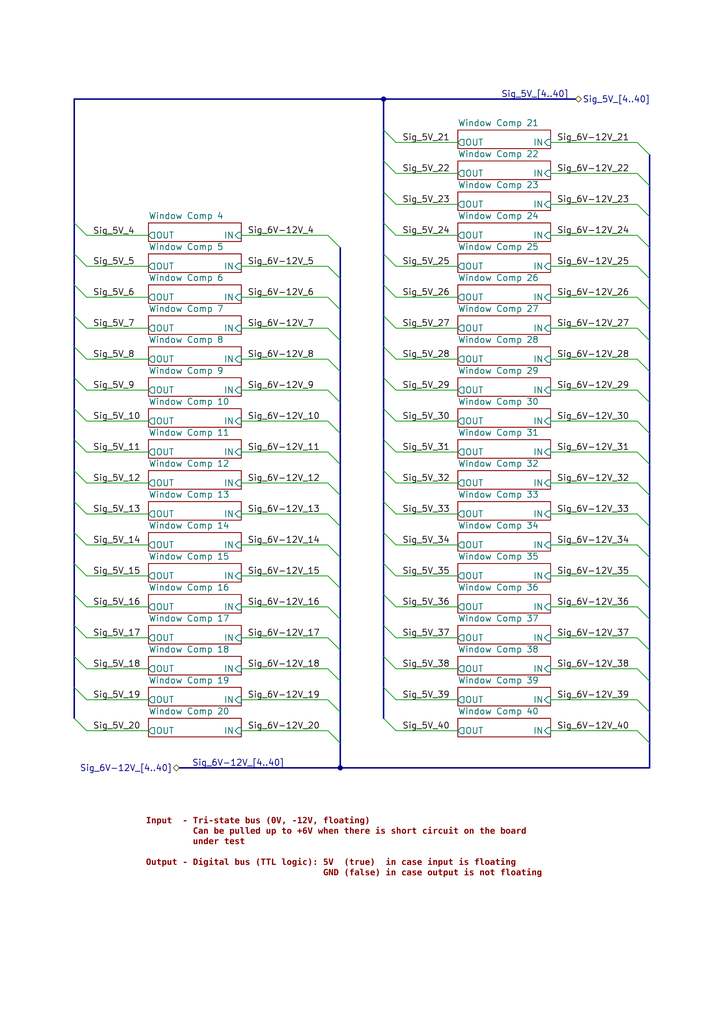
<source format=kicad_sch>
(kicad_sch
	(version 20250114)
	(generator "eeschema")
	(generator_version "9.0")
	(uuid "cc9f99ad-3544-4c5c-864d-e91e33bfec80")
	(paper "A5" portrait)
	(title_block
		(title "VersaLogic board tester")
		(date "2025-09-09")
		(rev "1.0")
		(comment 1 "Copyright (c) 2025 by Filip Pynckels & Robin Pynckels")
	)
	(lib_symbols)
	(text "Input  - Tri-state bus (0V, -12V, floating)\n         Can be pulled up to +6V when there is short circuit on the board\n         under test\n\nOutput - Digital bus (TTL logic): 5V  (true)  in case input is floating\n                                  GND (false) in case output is not floating"
		(exclude_from_sim no)
		(at 29.972 168.148 0)
		(effects
			(font
				(face "Courier")
				(size 1.27 1.27)
				(bold yes)
				(color 132 0 0 1)
			)
			(justify left top)
		)
		(uuid "4ab2341f-d051-4a36-b33e-69bec8a49210")
	)
	(junction
		(at 69.85 157.48)
		(diameter 0)
		(color 0 0 0 0)
		(uuid "01752584-d493-491a-892e-1de81dc55f29")
	)
	(junction
		(at 78.74 20.32)
		(diameter 0)
		(color 0 0 0 0)
		(uuid "37344c90-691f-4b07-b3d4-873a2c7b9901")
	)
	(bus_entry
		(at 130.81 149.86)
		(size 2.54 2.54)
		(stroke
			(width 0)
			(type default)
		)
		(uuid "030cb845-b6ae-4044-8d1b-17c98da22467")
	)
	(bus_entry
		(at 15.24 115.57)
		(size 2.54 2.54)
		(stroke
			(width 0)
			(type default)
		)
		(uuid "055822a6-8f19-434b-9429-e0d944773456")
	)
	(bus_entry
		(at 67.31 124.46)
		(size 2.54 2.54)
		(stroke
			(width 0)
			(type default)
		)
		(uuid "05853fbd-df8d-45e3-b873-a27033c7b90b")
	)
	(bus_entry
		(at 67.31 111.76)
		(size 2.54 2.54)
		(stroke
			(width 0)
			(type default)
		)
		(uuid "08557035-1015-49a9-b682-a9a1f37503f9")
	)
	(bus_entry
		(at 15.24 58.42)
		(size 2.54 2.54)
		(stroke
			(width 0)
			(type default)
		)
		(uuid "09bb7ea4-a2be-49a2-95c4-1a718a88e962")
	)
	(bus_entry
		(at 78.74 71.12)
		(size 2.54 2.54)
		(stroke
			(width 0)
			(type default)
		)
		(uuid "0a900595-fb0b-4eff-b9da-10922571a747")
	)
	(bus_entry
		(at 78.74 128.27)
		(size 2.54 2.54)
		(stroke
			(width 0)
			(type default)
		)
		(uuid "1543b9e6-c255-4c7b-abea-3cf9330940c7")
	)
	(bus_entry
		(at 78.74 134.62)
		(size 2.54 2.54)
		(stroke
			(width 0)
			(type default)
		)
		(uuid "16aaec98-8d77-4e05-a377-58738a61b8d4")
	)
	(bus_entry
		(at 15.24 121.92)
		(size 2.54 2.54)
		(stroke
			(width 0)
			(type default)
		)
		(uuid "174d457d-b717-4f56-ba60-52ad730d6d58")
	)
	(bus_entry
		(at 67.31 105.41)
		(size 2.54 2.54)
		(stroke
			(width 0)
			(type default)
		)
		(uuid "1ef4a1b7-6d7f-4cb0-9be1-0b4c952e789d")
	)
	(bus_entry
		(at 67.31 99.06)
		(size 2.54 2.54)
		(stroke
			(width 0)
			(type default)
		)
		(uuid "206cb171-ecc1-4520-8e7e-c1ef21592160")
	)
	(bus_entry
		(at 130.81 92.71)
		(size 2.54 2.54)
		(stroke
			(width 0)
			(type default)
		)
		(uuid "2555b945-5cd6-480b-b232-fdf060b243f1")
	)
	(bus_entry
		(at 130.81 35.56)
		(size 2.54 2.54)
		(stroke
			(width 0)
			(type default)
		)
		(uuid "257f4982-4d91-4f55-aeac-03ba4ab226ff")
	)
	(bus_entry
		(at 67.31 67.31)
		(size 2.54 2.54)
		(stroke
			(width 0)
			(type default)
		)
		(uuid "26040584-a45d-4487-9d08-01c7be47a1fa")
	)
	(bus_entry
		(at 78.74 45.72)
		(size 2.54 2.54)
		(stroke
			(width 0)
			(type default)
		)
		(uuid "2b4951f3-69c6-43d3-b7c2-1d134fc62f40")
	)
	(bus_entry
		(at 67.31 92.71)
		(size 2.54 2.54)
		(stroke
			(width 0)
			(type default)
		)
		(uuid "2dccfec4-0b06-48f2-b601-6f6e3518cc4e")
	)
	(bus_entry
		(at 130.81 41.91)
		(size 2.54 2.54)
		(stroke
			(width 0)
			(type default)
		)
		(uuid "2e844fea-3b23-41bc-a9d3-b84e164e97df")
	)
	(bus_entry
		(at 130.81 105.41)
		(size 2.54 2.54)
		(stroke
			(width 0)
			(type default)
		)
		(uuid "32548ccd-8224-44a2-9572-20d27e36c19a")
	)
	(bus_entry
		(at 67.31 54.61)
		(size 2.54 2.54)
		(stroke
			(width 0)
			(type default)
		)
		(uuid "33130a15-8f9c-4694-ad1d-4031962961a3")
	)
	(bus_entry
		(at 130.81 48.26)
		(size 2.54 2.54)
		(stroke
			(width 0)
			(type default)
		)
		(uuid "396f4c25-c89e-40dd-8a9f-c2e93dab48c8")
	)
	(bus_entry
		(at 78.74 64.77)
		(size 2.54 2.54)
		(stroke
			(width 0)
			(type default)
		)
		(uuid "3c0068b7-b1bb-4e94-9983-9c77b67ac271")
	)
	(bus_entry
		(at 15.24 83.82)
		(size 2.54 2.54)
		(stroke
			(width 0)
			(type default)
		)
		(uuid "3f742be5-d4fa-4c1e-948d-e0032d20d34e")
	)
	(bus_entry
		(at 130.81 67.31)
		(size 2.54 2.54)
		(stroke
			(width 0)
			(type default)
		)
		(uuid "425ca810-981e-45c9-ace7-178d4b3e4ef0")
	)
	(bus_entry
		(at 67.31 48.26)
		(size 2.54 2.54)
		(stroke
			(width 0)
			(type default)
		)
		(uuid "476cfa4b-35e1-464a-be36-2f08f033d9d3")
	)
	(bus_entry
		(at 67.31 149.86)
		(size 2.54 2.54)
		(stroke
			(width 0)
			(type default)
		)
		(uuid "4b187615-d41e-4f12-9c6b-9442d6e78387")
	)
	(bus_entry
		(at 130.81 29.21)
		(size 2.54 2.54)
		(stroke
			(width 0)
			(type default)
		)
		(uuid "4d63fd5c-97d1-4bf4-a30f-39696f977abc")
	)
	(bus_entry
		(at 15.24 134.62)
		(size 2.54 2.54)
		(stroke
			(width 0)
			(type default)
		)
		(uuid "56547f5c-bab2-4bcd-a4af-b7864bec8ba5")
	)
	(bus_entry
		(at 78.74 90.17)
		(size 2.54 2.54)
		(stroke
			(width 0)
			(type default)
		)
		(uuid "5eb86982-ada5-41a3-b7fd-a43ddc1c2431")
	)
	(bus_entry
		(at 15.24 96.52)
		(size 2.54 2.54)
		(stroke
			(width 0)
			(type default)
		)
		(uuid "62f4dc47-d785-43ca-b87d-13474062d4fa")
	)
	(bus_entry
		(at 130.81 118.11)
		(size 2.54 2.54)
		(stroke
			(width 0)
			(type default)
		)
		(uuid "69c95d6f-f0ea-423f-9164-1a5ca2e293a7")
	)
	(bus_entry
		(at 78.74 102.87)
		(size 2.54 2.54)
		(stroke
			(width 0)
			(type default)
		)
		(uuid "6de50681-c67b-4eee-9647-3f3610c32227")
	)
	(bus_entry
		(at 67.31 86.36)
		(size 2.54 2.54)
		(stroke
			(width 0)
			(type default)
		)
		(uuid "73540f39-85b6-4709-bc86-1305c6c3d985")
	)
	(bus_entry
		(at 78.74 33.02)
		(size 2.54 2.54)
		(stroke
			(width 0)
			(type default)
		)
		(uuid "77e2fbc0-682f-4e91-9f84-76ced2fd7535")
	)
	(bus_entry
		(at 78.74 147.32)
		(size 2.54 2.54)
		(stroke
			(width 0)
			(type default)
		)
		(uuid "793ccfa7-19e9-4d72-a106-97cac5bdaf63")
	)
	(bus_entry
		(at 15.24 128.27)
		(size 2.54 2.54)
		(stroke
			(width 0)
			(type default)
		)
		(uuid "895df579-db11-4904-a876-cad66d8934cf")
	)
	(bus_entry
		(at 15.24 109.22)
		(size 2.54 2.54)
		(stroke
			(width 0)
			(type default)
		)
		(uuid "9027e977-5cb5-4058-add8-011cc15db2cc")
	)
	(bus_entry
		(at 15.24 52.07)
		(size 2.54 2.54)
		(stroke
			(width 0)
			(type default)
		)
		(uuid "97a9c4ac-1931-4712-b195-5440b6620a18")
	)
	(bus_entry
		(at 78.74 77.47)
		(size 2.54 2.54)
		(stroke
			(width 0)
			(type default)
		)
		(uuid "98510b24-5f1e-454e-9478-f525f76bdfd7")
	)
	(bus_entry
		(at 15.24 90.17)
		(size 2.54 2.54)
		(stroke
			(width 0)
			(type default)
		)
		(uuid "9d2d5a2b-eaae-48fa-a180-251e50b9ce4a")
	)
	(bus_entry
		(at 130.81 80.01)
		(size 2.54 2.54)
		(stroke
			(width 0)
			(type default)
		)
		(uuid "9e6ae6df-1fd8-4231-b9ea-982bfe3bafb6")
	)
	(bus_entry
		(at 15.24 77.47)
		(size 2.54 2.54)
		(stroke
			(width 0)
			(type default)
		)
		(uuid "9f834df2-a8ca-43d6-af85-b684995c44af")
	)
	(bus_entry
		(at 67.31 80.01)
		(size 2.54 2.54)
		(stroke
			(width 0)
			(type default)
		)
		(uuid "9fc568f3-f329-47b6-8304-d47b95c607f8")
	)
	(bus_entry
		(at 78.74 109.22)
		(size 2.54 2.54)
		(stroke
			(width 0)
			(type default)
		)
		(uuid "a06ad19b-e93e-4533-9980-a89b38978ec7")
	)
	(bus_entry
		(at 130.81 54.61)
		(size 2.54 2.54)
		(stroke
			(width 0)
			(type default)
		)
		(uuid "a49d2d78-f0f6-4d63-ab98-c6ab8275321b")
	)
	(bus_entry
		(at 130.81 60.96)
		(size 2.54 2.54)
		(stroke
			(width 0)
			(type default)
		)
		(uuid "a622fadc-9033-4ee9-a241-fc5f17f79c84")
	)
	(bus_entry
		(at 67.31 130.81)
		(size 2.54 2.54)
		(stroke
			(width 0)
			(type default)
		)
		(uuid "a69e3163-c01f-4089-8c85-f785a2ada951")
	)
	(bus_entry
		(at 78.74 83.82)
		(size 2.54 2.54)
		(stroke
			(width 0)
			(type default)
		)
		(uuid "aa5d8ee5-ff1e-4abe-8c4c-95301551b591")
	)
	(bus_entry
		(at 78.74 96.52)
		(size 2.54 2.54)
		(stroke
			(width 0)
			(type default)
		)
		(uuid "ab0590ea-1a90-441b-814b-2fe95f4da89e")
	)
	(bus_entry
		(at 15.24 147.32)
		(size 2.54 2.54)
		(stroke
			(width 0)
			(type default)
		)
		(uuid "abff24ce-ecc7-4bef-9e60-e7b8a6b6db20")
	)
	(bus_entry
		(at 67.31 137.16)
		(size 2.54 2.54)
		(stroke
			(width 0)
			(type default)
		)
		(uuid "b10c0b0a-e807-41f4-a98a-2a20985c6bf8")
	)
	(bus_entry
		(at 78.74 140.97)
		(size 2.54 2.54)
		(stroke
			(width 0)
			(type default)
		)
		(uuid "ba5039bf-d400-4840-ad62-7524bc26e447")
	)
	(bus_entry
		(at 130.81 86.36)
		(size 2.54 2.54)
		(stroke
			(width 0)
			(type default)
		)
		(uuid "bb258627-1c79-4b62-9044-2687f3ff2979")
	)
	(bus_entry
		(at 130.81 73.66)
		(size 2.54 2.54)
		(stroke
			(width 0)
			(type default)
		)
		(uuid "c06c9a85-78e5-4053-809d-db06b7e666c5")
	)
	(bus_entry
		(at 67.31 143.51)
		(size 2.54 2.54)
		(stroke
			(width 0)
			(type default)
		)
		(uuid "c1da0a73-33a6-49b8-ba6f-f2109b146d1c")
	)
	(bus_entry
		(at 78.74 39.37)
		(size 2.54 2.54)
		(stroke
			(width 0)
			(type default)
		)
		(uuid "c3367f68-49d8-494c-b02d-606e83d29bfb")
	)
	(bus_entry
		(at 130.81 124.46)
		(size 2.54 2.54)
		(stroke
			(width 0)
			(type default)
		)
		(uuid "cd0fdd33-da3e-4951-8248-07d4a1a47e91")
	)
	(bus_entry
		(at 67.31 73.66)
		(size 2.54 2.54)
		(stroke
			(width 0)
			(type default)
		)
		(uuid "d1ef677d-dbc1-46c2-af71-fb8205dce3da")
	)
	(bus_entry
		(at 130.81 130.81)
		(size 2.54 2.54)
		(stroke
			(width 0)
			(type default)
		)
		(uuid "d3715b7c-0bd0-463a-9df3-64c94bf4bcfa")
	)
	(bus_entry
		(at 78.74 52.07)
		(size 2.54 2.54)
		(stroke
			(width 0)
			(type default)
		)
		(uuid "d403e5ae-e65f-42f5-b2b2-32f8ff4ce04a")
	)
	(bus_entry
		(at 15.24 64.77)
		(size 2.54 2.54)
		(stroke
			(width 0)
			(type default)
		)
		(uuid "d477724e-3a49-4f19-aaf8-4f60432b6a72")
	)
	(bus_entry
		(at 130.81 137.16)
		(size 2.54 2.54)
		(stroke
			(width 0)
			(type default)
		)
		(uuid "da7a9fa6-2190-472c-a998-b67866c8dffb")
	)
	(bus_entry
		(at 15.24 102.87)
		(size 2.54 2.54)
		(stroke
			(width 0)
			(type default)
		)
		(uuid "dad21841-bd57-46a8-b950-a0320a76aaa1")
	)
	(bus_entry
		(at 130.81 99.06)
		(size 2.54 2.54)
		(stroke
			(width 0)
			(type default)
		)
		(uuid "dbe383e9-ce41-4e99-b16a-88d5dcd51cd5")
	)
	(bus_entry
		(at 15.24 71.12)
		(size 2.54 2.54)
		(stroke
			(width 0)
			(type default)
		)
		(uuid "df977079-98bd-4c39-82fd-93f85880f7a5")
	)
	(bus_entry
		(at 15.24 140.97)
		(size 2.54 2.54)
		(stroke
			(width 0)
			(type default)
		)
		(uuid "e0792e65-9b11-4f9f-8a2a-3d39a33e83ad")
	)
	(bus_entry
		(at 130.81 111.76)
		(size 2.54 2.54)
		(stroke
			(width 0)
			(type default)
		)
		(uuid "e0ac91ab-e4df-410c-a5b2-e6da9a86aced")
	)
	(bus_entry
		(at 78.74 58.42)
		(size 2.54 2.54)
		(stroke
			(width 0)
			(type default)
		)
		(uuid "e6ed01b4-8467-44c1-a916-e135197ed317")
	)
	(bus_entry
		(at 130.81 143.51)
		(size 2.54 2.54)
		(stroke
			(width 0)
			(type default)
		)
		(uuid "ea043cd4-ea5c-4324-b2d6-4a8c7ed6f711")
	)
	(bus_entry
		(at 67.31 118.11)
		(size 2.54 2.54)
		(stroke
			(width 0)
			(type default)
		)
		(uuid "edfcdab3-e279-4a61-948d-2bd25ab53e7a")
	)
	(bus_entry
		(at 78.74 115.57)
		(size 2.54 2.54)
		(stroke
			(width 0)
			(type default)
		)
		(uuid "f35315ec-74d6-475b-9d42-c7c161520430")
	)
	(bus_entry
		(at 78.74 26.67)
		(size 2.54 2.54)
		(stroke
			(width 0)
			(type default)
		)
		(uuid "f468b991-e203-4711-afa8-9f0ee5f4c524")
	)
	(bus_entry
		(at 15.24 45.72)
		(size 2.54 2.54)
		(stroke
			(width 0)
			(type default)
		)
		(uuid "fa9f8f37-6d68-476f-b801-58fb8b47aed8")
	)
	(bus_entry
		(at 67.31 60.96)
		(size 2.54 2.54)
		(stroke
			(width 0)
			(type default)
		)
		(uuid "fc38f235-c014-4c10-b83e-5b7d9e87586d")
	)
	(bus_entry
		(at 78.74 121.92)
		(size 2.54 2.54)
		(stroke
			(width 0)
			(type default)
		)
		(uuid "ffecfb02-e488-45d0-bdf3-f6d88ed3cc33")
	)
	(bus
		(pts
			(xy 15.24 134.62) (xy 15.24 140.97)
		)
		(stroke
			(width 0)
			(type default)
		)
		(uuid "01a95d65-6f06-4cc6-9869-bf54789b3d8e")
	)
	(bus
		(pts
			(xy 78.74 96.52) (xy 78.74 102.87)
		)
		(stroke
			(width 0)
			(type default)
		)
		(uuid "028e913a-8e5e-456d-acb7-ef3342263d67")
	)
	(wire
		(pts
			(xy 49.53 118.11) (xy 67.31 118.11)
		)
		(stroke
			(width 0)
			(type default)
		)
		(uuid "03bfd54a-aef5-4880-bab0-5387b315e75f")
	)
	(wire
		(pts
			(xy 49.53 149.86) (xy 67.31 149.86)
		)
		(stroke
			(width 0)
			(type default)
		)
		(uuid "047e6ea2-88b8-4289-a187-5a5294141d3b")
	)
	(wire
		(pts
			(xy 113.03 99.06) (xy 130.81 99.06)
		)
		(stroke
			(width 0)
			(type default)
		)
		(uuid "0702bcdf-b97c-4e73-a694-e32e42fb37a7")
	)
	(wire
		(pts
			(xy 113.03 60.96) (xy 130.81 60.96)
		)
		(stroke
			(width 0)
			(type default)
		)
		(uuid "0811a5c4-de75-4f9b-9e7d-03fe4536f8a4")
	)
	(bus
		(pts
			(xy 78.74 128.27) (xy 78.74 134.62)
		)
		(stroke
			(width 0)
			(type default)
		)
		(uuid "09ff2950-f760-49a9-9c26-bc92d9b113db")
	)
	(wire
		(pts
			(xy 49.53 124.46) (xy 67.31 124.46)
		)
		(stroke
			(width 0)
			(type default)
		)
		(uuid "0af3b7cb-78da-4716-8d80-8c0d3d6ae80d")
	)
	(bus
		(pts
			(xy 78.74 102.87) (xy 78.74 109.22)
		)
		(stroke
			(width 0)
			(type default)
		)
		(uuid "0ee27e37-c0fe-4c3d-8ea1-bde69b19bacc")
	)
	(wire
		(pts
			(xy 17.78 73.66) (xy 30.48 73.66)
		)
		(stroke
			(width 0)
			(type default)
		)
		(uuid "0fc05023-5509-4f89-acf4-e8aa69fccd34")
	)
	(wire
		(pts
			(xy 81.28 137.16) (xy 93.98 137.16)
		)
		(stroke
			(width 0)
			(type default)
		)
		(uuid "122e4a13-cc02-4797-a983-8af8fc800079")
	)
	(bus
		(pts
			(xy 133.35 31.75) (xy 133.35 38.1)
		)
		(stroke
			(width 0)
			(type default)
		)
		(uuid "1356f272-ce15-497c-bdd1-2c191b290276")
	)
	(bus
		(pts
			(xy 133.35 57.15) (xy 133.35 63.5)
		)
		(stroke
			(width 0)
			(type default)
		)
		(uuid "1680319a-742b-4697-a916-9ed5a341b67a")
	)
	(wire
		(pts
			(xy 81.28 105.41) (xy 93.98 105.41)
		)
		(stroke
			(width 0)
			(type default)
		)
		(uuid "1757477b-397b-4f81-a13d-73d9b15a132d")
	)
	(wire
		(pts
			(xy 17.78 143.51) (xy 30.48 143.51)
		)
		(stroke
			(width 0)
			(type default)
		)
		(uuid "1d3fb3ce-6178-40b5-b2f1-3ed619bb9acb")
	)
	(wire
		(pts
			(xy 17.78 80.01) (xy 30.48 80.01)
		)
		(stroke
			(width 0)
			(type default)
		)
		(uuid "20c8d7c8-78b8-4ed7-8bbd-64bcbec19e1f")
	)
	(bus
		(pts
			(xy 133.35 139.7) (xy 133.35 146.05)
		)
		(stroke
			(width 0)
			(type default)
		)
		(uuid "239849d3-9a77-4a08-956e-0ed3c659a89b")
	)
	(wire
		(pts
			(xy 49.53 92.71) (xy 67.31 92.71)
		)
		(stroke
			(width 0)
			(type default)
		)
		(uuid "2631a2f5-1a7f-4f43-a83e-1bc842db8f18")
	)
	(bus
		(pts
			(xy 15.24 90.17) (xy 15.24 96.52)
		)
		(stroke
			(width 0)
			(type default)
		)
		(uuid "26fad892-cd3c-4ffa-bce1-2b3eac2cab54")
	)
	(bus
		(pts
			(xy 69.85 88.9) (xy 69.85 95.25)
		)
		(stroke
			(width 0)
			(type default)
		)
		(uuid "27beb8ca-3cfa-4493-94eb-9f6fd42f253f")
	)
	(bus
		(pts
			(xy 78.74 58.42) (xy 78.74 64.77)
		)
		(stroke
			(width 0)
			(type default)
		)
		(uuid "28df098c-b9f1-4bba-b38d-9d831baa2a2a")
	)
	(wire
		(pts
			(xy 113.03 118.11) (xy 130.81 118.11)
		)
		(stroke
			(width 0)
			(type default)
		)
		(uuid "2b4ccd37-b5f3-474d-a62b-49460c6011b0")
	)
	(bus
		(pts
			(xy 78.74 33.02) (xy 78.74 39.37)
		)
		(stroke
			(width 0)
			(type default)
		)
		(uuid "2db71d4b-f920-4422-a12e-4ea45e7601b1")
	)
	(wire
		(pts
			(xy 81.28 80.01) (xy 93.98 80.01)
		)
		(stroke
			(width 0)
			(type default)
		)
		(uuid "34a07cf4-66ed-41ee-bfbf-66a3d9ac5a71")
	)
	(wire
		(pts
			(xy 113.03 29.21) (xy 130.81 29.21)
		)
		(stroke
			(width 0)
			(type default)
		)
		(uuid "365a358d-504b-4a72-ba09-7791b05c415c")
	)
	(bus
		(pts
			(xy 133.35 120.65) (xy 133.35 127)
		)
		(stroke
			(width 0)
			(type default)
		)
		(uuid "379954b1-96d3-4d0c-bcf1-34593f8564b5")
	)
	(bus
		(pts
			(xy 15.24 52.07) (xy 15.24 58.42)
		)
		(stroke
			(width 0)
			(type default)
		)
		(uuid "3872a2bf-e143-45df-b981-e9f8bad10a20")
	)
	(wire
		(pts
			(xy 81.28 67.31) (xy 93.98 67.31)
		)
		(stroke
			(width 0)
			(type default)
		)
		(uuid "39bfd454-5b27-4781-b69f-008e9dec917c")
	)
	(bus
		(pts
			(xy 133.35 69.85) (xy 133.35 76.2)
		)
		(stroke
			(width 0)
			(type default)
		)
		(uuid "3e519684-15b3-4191-8451-7e4c6724198c")
	)
	(wire
		(pts
			(xy 49.53 80.01) (xy 67.31 80.01)
		)
		(stroke
			(width 0)
			(type default)
		)
		(uuid "3ea9efbd-7b8a-4c6c-a94c-3a0c59ff44a1")
	)
	(wire
		(pts
			(xy 17.78 118.11) (xy 30.48 118.11)
		)
		(stroke
			(width 0)
			(type default)
		)
		(uuid "447f106d-4c44-412a-9ad8-307a4dfbd598")
	)
	(bus
		(pts
			(xy 78.74 115.57) (xy 78.74 121.92)
		)
		(stroke
			(width 0)
			(type default)
		)
		(uuid "460e9261-5ec1-4f8a-92e5-c5beaaef5bbb")
	)
	(wire
		(pts
			(xy 17.78 54.61) (xy 30.48 54.61)
		)
		(stroke
			(width 0)
			(type default)
		)
		(uuid "48616c53-772b-41ce-8bc5-685cafcd988f")
	)
	(bus
		(pts
			(xy 133.35 114.3) (xy 133.35 120.65)
		)
		(stroke
			(width 0)
			(type default)
		)
		(uuid "48706f18-6c44-46f6-ae93-40679a4e5624")
	)
	(wire
		(pts
			(xy 81.28 92.71) (xy 93.98 92.71)
		)
		(stroke
			(width 0)
			(type default)
		)
		(uuid "4918a6aa-0268-4078-98d1-92f322294e6d")
	)
	(bus
		(pts
			(xy 69.85 69.85) (xy 69.85 76.2)
		)
		(stroke
			(width 0)
			(type default)
		)
		(uuid "4991a88c-5a9e-4ece-9fa1-8e64812b5d3a")
	)
	(wire
		(pts
			(xy 81.28 124.46) (xy 93.98 124.46)
		)
		(stroke
			(width 0)
			(type default)
		)
		(uuid "4a446f54-726b-4314-9a30-d11f11c83e3a")
	)
	(wire
		(pts
			(xy 113.03 73.66) (xy 130.81 73.66)
		)
		(stroke
			(width 0)
			(type default)
		)
		(uuid "4b3b37a2-842d-4c20-811d-a7dced3c8ad9")
	)
	(wire
		(pts
			(xy 49.53 137.16) (xy 67.31 137.16)
		)
		(stroke
			(width 0)
			(type default)
		)
		(uuid "4c7d40a1-1b99-4c87-a13d-a56de771ca17")
	)
	(bus
		(pts
			(xy 133.35 146.05) (xy 133.35 152.4)
		)
		(stroke
			(width 0)
			(type default)
		)
		(uuid "4c8f0d33-9b42-4c4d-a81c-74db4bb2f122")
	)
	(wire
		(pts
			(xy 49.53 99.06) (xy 67.31 99.06)
		)
		(stroke
			(width 0)
			(type default)
		)
		(uuid "4f4a6180-fda7-4bcf-b3dc-a61ae1fc74a7")
	)
	(bus
		(pts
			(xy 133.35 152.4) (xy 133.35 157.48)
		)
		(stroke
			(width 0)
			(type default)
		)
		(uuid "515cfd79-5831-486d-b633-0d6490ea779b")
	)
	(wire
		(pts
			(xy 49.53 86.36) (xy 67.31 86.36)
		)
		(stroke
			(width 0)
			(type default)
		)
		(uuid "53d91494-6f83-442d-905b-fbc27bbb8206")
	)
	(bus
		(pts
			(xy 15.24 96.52) (xy 15.24 102.87)
		)
		(stroke
			(width 0)
			(type default)
		)
		(uuid "5454e6d6-060f-4487-a07b-702d234078d4")
	)
	(bus
		(pts
			(xy 78.74 39.37) (xy 78.74 45.72)
		)
		(stroke
			(width 0)
			(type default)
		)
		(uuid "576fe850-8a2f-4bb6-a4a0-b5625a9a8bd4")
	)
	(wire
		(pts
			(xy 49.53 48.26) (xy 67.31 48.26)
		)
		(stroke
			(width 0)
			(type default)
		)
		(uuid "5929a5a8-4259-4039-9afe-da68f9827d8f")
	)
	(bus
		(pts
			(xy 69.85 82.55) (xy 69.85 88.9)
		)
		(stroke
			(width 0)
			(type default)
		)
		(uuid "5ac28d2f-192d-4435-8b1d-27cdcdfc5fe2")
	)
	(bus
		(pts
			(xy 15.24 83.82) (xy 15.24 90.17)
		)
		(stroke
			(width 0)
			(type default)
		)
		(uuid "5bf6a5d4-6f21-4079-83d6-84d3acc10163")
	)
	(bus
		(pts
			(xy 78.74 64.77) (xy 78.74 71.12)
		)
		(stroke
			(width 0)
			(type default)
		)
		(uuid "5cdc3670-8b5c-457f-b2e5-ca205b3b6533")
	)
	(wire
		(pts
			(xy 17.78 149.86) (xy 30.48 149.86)
		)
		(stroke
			(width 0)
			(type default)
		)
		(uuid "5dee60bf-9122-4aa6-be43-6f0cd97a320c")
	)
	(bus
		(pts
			(xy 78.74 90.17) (xy 78.74 96.52)
		)
		(stroke
			(width 0)
			(type default)
		)
		(uuid "5eae8651-3b98-4e54-8010-343aaabb61af")
	)
	(bus
		(pts
			(xy 15.24 115.57) (xy 15.24 121.92)
		)
		(stroke
			(width 0)
			(type default)
		)
		(uuid "61668578-c694-404f-b429-3454ecd26e8e")
	)
	(bus
		(pts
			(xy 15.24 58.42) (xy 15.24 64.77)
		)
		(stroke
			(width 0)
			(type default)
		)
		(uuid "6363a66f-e805-496f-a4de-5f1d50c8e07d")
	)
	(bus
		(pts
			(xy 133.35 133.35) (xy 133.35 139.7)
		)
		(stroke
			(width 0)
			(type default)
		)
		(uuid "644d1ca7-abfa-41cf-99b1-71e98743c022")
	)
	(bus
		(pts
			(xy 133.35 107.95) (xy 133.35 114.3)
		)
		(stroke
			(width 0)
			(type default)
		)
		(uuid "66067857-9aa6-4d65-bbd2-e0b093536b07")
	)
	(bus
		(pts
			(xy 15.24 128.27) (xy 15.24 134.62)
		)
		(stroke
			(width 0)
			(type default)
		)
		(uuid "68561bca-a160-4ac4-99fa-b8636faf25ae")
	)
	(wire
		(pts
			(xy 81.28 54.61) (xy 93.98 54.61)
		)
		(stroke
			(width 0)
			(type default)
		)
		(uuid "697d21cb-1525-4fd7-9f68-7873a724cacc")
	)
	(bus
		(pts
			(xy 69.85 133.35) (xy 69.85 139.7)
		)
		(stroke
			(width 0)
			(type default)
		)
		(uuid "6a24735a-fa08-4869-8688-fdcb97a7bb71")
	)
	(bus
		(pts
			(xy 78.74 121.92) (xy 78.74 128.27)
		)
		(stroke
			(width 0)
			(type default)
		)
		(uuid "6e8ccd7b-e429-447d-9826-15a361c3dc63")
	)
	(bus
		(pts
			(xy 15.24 71.12) (xy 15.24 77.47)
		)
		(stroke
			(width 0)
			(type default)
		)
		(uuid "6ef814b3-27d9-47a0-8771-c9e83fcb1dcb")
	)
	(wire
		(pts
			(xy 17.78 67.31) (xy 30.48 67.31)
		)
		(stroke
			(width 0)
			(type default)
		)
		(uuid "6f2ee3aa-b6cd-4737-90f9-cbee5f0d14a9")
	)
	(wire
		(pts
			(xy 17.78 124.46) (xy 30.48 124.46)
		)
		(stroke
			(width 0)
			(type default)
		)
		(uuid "709e77a8-0f89-432b-ba56-12b1b9514200")
	)
	(wire
		(pts
			(xy 17.78 99.06) (xy 30.48 99.06)
		)
		(stroke
			(width 0)
			(type default)
		)
		(uuid "70cba6d4-3986-416f-84d4-c7493083de30")
	)
	(wire
		(pts
			(xy 49.53 54.61) (xy 67.31 54.61)
		)
		(stroke
			(width 0)
			(type default)
		)
		(uuid "75f96766-0bba-479b-b700-b6c74bfc534b")
	)
	(bus
		(pts
			(xy 133.35 88.9) (xy 133.35 95.25)
		)
		(stroke
			(width 0)
			(type default)
		)
		(uuid "7864e13d-6d16-4adf-9ff1-c395f28ac394")
	)
	(bus
		(pts
			(xy 69.85 101.6) (xy 69.85 107.95)
		)
		(stroke
			(width 0)
			(type default)
		)
		(uuid "7ad1576b-bb09-4d8c-a401-606dd8b1b4e1")
	)
	(wire
		(pts
			(xy 113.03 149.86) (xy 130.81 149.86)
		)
		(stroke
			(width 0)
			(type default)
		)
		(uuid "7bfb9042-4e16-4a3a-b747-ca08ca809cdd")
	)
	(wire
		(pts
			(xy 81.28 35.56) (xy 93.98 35.56)
		)
		(stroke
			(width 0)
			(type default)
		)
		(uuid "7c8e76e5-865a-41cb-a144-621c1676a9db")
	)
	(bus
		(pts
			(xy 69.85 57.15) (xy 69.85 63.5)
		)
		(stroke
			(width 0)
			(type default)
		)
		(uuid "80888e67-cfd4-4751-af09-f86aff8756e9")
	)
	(wire
		(pts
			(xy 113.03 35.56) (xy 130.81 35.56)
		)
		(stroke
			(width 0)
			(type default)
		)
		(uuid "811f6345-efa1-4d85-b3b9-7f512822bc80")
	)
	(wire
		(pts
			(xy 113.03 124.46) (xy 130.81 124.46)
		)
		(stroke
			(width 0)
			(type default)
		)
		(uuid "815d7c11-2a86-4525-a178-8bb7cce10ce1")
	)
	(bus
		(pts
			(xy 15.24 20.32) (xy 15.24 45.72)
		)
		(stroke
			(width 0)
			(type default)
		)
		(uuid "85bf7c9c-701a-4f9a-9fb1-f71b57db064f")
	)
	(wire
		(pts
			(xy 113.03 130.81) (xy 130.81 130.81)
		)
		(stroke
			(width 0)
			(type default)
		)
		(uuid "865d6a5f-55b2-4d13-b82c-604bcfa5d3cb")
	)
	(wire
		(pts
			(xy 49.53 67.31) (xy 67.31 67.31)
		)
		(stroke
			(width 0)
			(type default)
		)
		(uuid "86a176e2-41e2-4619-87b6-fd3fbdf284b3")
	)
	(bus
		(pts
			(xy 133.35 44.45) (xy 133.35 50.8)
		)
		(stroke
			(width 0)
			(type default)
		)
		(uuid "87144df4-db1e-40c0-82ee-04c293ba3eb8")
	)
	(bus
		(pts
			(xy 78.74 71.12) (xy 78.74 77.47)
		)
		(stroke
			(width 0)
			(type default)
		)
		(uuid "87a3e43b-9d1d-495a-8972-e792efd08940")
	)
	(wire
		(pts
			(xy 81.28 130.81) (xy 93.98 130.81)
		)
		(stroke
			(width 0)
			(type default)
		)
		(uuid "87c6fc8a-21ae-46fb-9d7b-139e1bb5547c")
	)
	(wire
		(pts
			(xy 113.03 54.61) (xy 130.81 54.61)
		)
		(stroke
			(width 0)
			(type default)
		)
		(uuid "887faad4-7790-43e9-8b15-8047f7c29cfe")
	)
	(bus
		(pts
			(xy 133.35 63.5) (xy 133.35 69.85)
		)
		(stroke
			(width 0)
			(type default)
		)
		(uuid "89a23c50-8a1b-4d1d-92bd-56505891d119")
	)
	(wire
		(pts
			(xy 81.28 41.91) (xy 93.98 41.91)
		)
		(stroke
			(width 0)
			(type default)
		)
		(uuid "8a37e0bc-c5ca-4cf2-95f9-a84cc0be103c")
	)
	(bus
		(pts
			(xy 15.24 20.32) (xy 78.74 20.32)
		)
		(stroke
			(width 0)
			(type default)
		)
		(uuid "8e89d967-174e-47d0-a8b5-e4c6922af28d")
	)
	(bus
		(pts
			(xy 133.35 82.55) (xy 133.35 88.9)
		)
		(stroke
			(width 0)
			(type default)
		)
		(uuid "90b491db-64f2-4c9f-bcb6-901489f68b8c")
	)
	(bus
		(pts
			(xy 15.24 77.47) (xy 15.24 83.82)
		)
		(stroke
			(width 0)
			(type default)
		)
		(uuid "9117b917-2c0a-4992-8e3f-9b7e54edf04a")
	)
	(bus
		(pts
			(xy 69.85 50.8) (xy 69.85 57.15)
		)
		(stroke
			(width 0)
			(type default)
		)
		(uuid "9216bde1-2267-42db-b262-54b44f7ffa25")
	)
	(wire
		(pts
			(xy 17.78 137.16) (xy 30.48 137.16)
		)
		(stroke
			(width 0)
			(type default)
		)
		(uuid "925d46cf-da4d-4e25-8384-ff86f12f0da9")
	)
	(bus
		(pts
			(xy 78.74 20.32) (xy 118.11 20.32)
		)
		(stroke
			(width 0)
			(type default)
		)
		(uuid "92faf5f3-5137-4b7b-8c35-e35b08d3908e")
	)
	(wire
		(pts
			(xy 113.03 80.01) (xy 130.81 80.01)
		)
		(stroke
			(width 0)
			(type default)
		)
		(uuid "93a47aa1-ecce-45c3-942f-c688f54dd918")
	)
	(bus
		(pts
			(xy 133.35 95.25) (xy 133.35 101.6)
		)
		(stroke
			(width 0)
			(type default)
		)
		(uuid "9514eccb-0689-4a12-b388-0091dbe30827")
	)
	(bus
		(pts
			(xy 133.35 101.6) (xy 133.35 107.95)
		)
		(stroke
			(width 0)
			(type default)
		)
		(uuid "95292c9d-5da3-4fb1-8fa7-6b5e092f7bb6")
	)
	(wire
		(pts
			(xy 17.78 48.26) (xy 30.48 48.26)
		)
		(stroke
			(width 0)
			(type default)
		)
		(uuid "95b3b931-6ae6-484f-a687-ec2800f8402e")
	)
	(wire
		(pts
			(xy 49.53 111.76) (xy 67.31 111.76)
		)
		(stroke
			(width 0)
			(type default)
		)
		(uuid "97a59ef5-64ea-415b-bfb5-b863a58d7ab6")
	)
	(bus
		(pts
			(xy 78.74 83.82) (xy 78.74 90.17)
		)
		(stroke
			(width 0)
			(type default)
		)
		(uuid "98e0af6b-6484-4426-b17d-b6adb75aa77c")
	)
	(bus
		(pts
			(xy 15.24 109.22) (xy 15.24 115.57)
		)
		(stroke
			(width 0)
			(type default)
		)
		(uuid "992fe98b-f7a0-4576-aef0-5015db87c4ad")
	)
	(bus
		(pts
			(xy 69.85 139.7) (xy 69.85 146.05)
		)
		(stroke
			(width 0)
			(type default)
		)
		(uuid "9a53eee1-1016-4feb-abdf-32b45a89f4a6")
	)
	(wire
		(pts
			(xy 17.78 86.36) (xy 30.48 86.36)
		)
		(stroke
			(width 0)
			(type default)
		)
		(uuid "9bb572ca-fed9-45e5-ad27-a88492a2887a")
	)
	(bus
		(pts
			(xy 133.35 50.8) (xy 133.35 57.15)
		)
		(stroke
			(width 0)
			(type default)
		)
		(uuid "9cb68a06-c7b0-4c60-ac74-4a8e81c0b8df")
	)
	(wire
		(pts
			(xy 17.78 105.41) (xy 30.48 105.41)
		)
		(stroke
			(width 0)
			(type default)
		)
		(uuid "9d529486-af9d-4292-a658-b63e0ee79514")
	)
	(wire
		(pts
			(xy 17.78 60.96) (xy 30.48 60.96)
		)
		(stroke
			(width 0)
			(type default)
		)
		(uuid "9d81b64b-32fc-4f9e-b39a-938b61d62ef8")
	)
	(bus
		(pts
			(xy 78.74 52.07) (xy 78.74 58.42)
		)
		(stroke
			(width 0)
			(type default)
		)
		(uuid "a0101835-8aee-44ab-a1f9-a7d311f0f096")
	)
	(bus
		(pts
			(xy 69.85 95.25) (xy 69.85 101.6)
		)
		(stroke
			(width 0)
			(type default)
		)
		(uuid "aaa5513b-fcfe-4c4d-a97b-eb759095529c")
	)
	(bus
		(pts
			(xy 36.83 157.48) (xy 69.85 157.48)
		)
		(stroke
			(width 0)
			(type default)
		)
		(uuid "ad74d4ac-6364-4ace-b38c-39287640a7d4")
	)
	(bus
		(pts
			(xy 69.85 120.65) (xy 69.85 127)
		)
		(stroke
			(width 0)
			(type default)
		)
		(uuid "b0c7f349-8831-4136-9d20-c0709e0f4a90")
	)
	(bus
		(pts
			(xy 15.24 64.77) (xy 15.24 71.12)
		)
		(stroke
			(width 0)
			(type default)
		)
		(uuid "b9535a21-56d2-4129-95bd-6ad14ffa4dcb")
	)
	(bus
		(pts
			(xy 15.24 102.87) (xy 15.24 109.22)
		)
		(stroke
			(width 0)
			(type default)
		)
		(uuid "bb549e12-f27b-46cb-9bce-ce79010f0bf6")
	)
	(wire
		(pts
			(xy 113.03 41.91) (xy 130.81 41.91)
		)
		(stroke
			(width 0)
			(type default)
		)
		(uuid "bc47f708-579f-4d43-93b8-2685510385a2")
	)
	(wire
		(pts
			(xy 113.03 137.16) (xy 130.81 137.16)
		)
		(stroke
			(width 0)
			(type default)
		)
		(uuid "bd810e66-8fae-4e6f-9535-53881efe1d1f")
	)
	(wire
		(pts
			(xy 49.53 105.41) (xy 67.31 105.41)
		)
		(stroke
			(width 0)
			(type default)
		)
		(uuid "c77def90-d7a8-48d3-b9a5-1bd0f28a43e3")
	)
	(bus
		(pts
			(xy 78.74 109.22) (xy 78.74 115.57)
		)
		(stroke
			(width 0)
			(type default)
		)
		(uuid "c97ff192-223a-4d4d-9593-d5b29d94f6d2")
	)
	(wire
		(pts
			(xy 113.03 105.41) (xy 130.81 105.41)
		)
		(stroke
			(width 0)
			(type default)
		)
		(uuid "c97fffd9-4774-4b95-87f4-0618dfbf8aa0")
	)
	(wire
		(pts
			(xy 17.78 111.76) (xy 30.48 111.76)
		)
		(stroke
			(width 0)
			(type default)
		)
		(uuid "c9853711-532f-49d4-b769-3b16cf5b97bd")
	)
	(bus
		(pts
			(xy 133.35 76.2) (xy 133.35 82.55)
		)
		(stroke
			(width 0)
			(type default)
		)
		(uuid "c99b22ae-9626-496d-b931-a68e2cf245b5")
	)
	(bus
		(pts
			(xy 78.74 77.47) (xy 78.74 83.82)
		)
		(stroke
			(width 0)
			(type default)
		)
		(uuid "ca62fc97-b5d6-4275-bf32-a12acdb476de")
	)
	(wire
		(pts
			(xy 113.03 67.31) (xy 130.81 67.31)
		)
		(stroke
			(width 0)
			(type default)
		)
		(uuid "cafe80d0-864e-4b46-bcb6-f1ad8877e32e")
	)
	(wire
		(pts
			(xy 113.03 48.26) (xy 130.81 48.26)
		)
		(stroke
			(width 0)
			(type default)
		)
		(uuid "cb5756ca-853c-4c63-961a-7d35bbce7daa")
	)
	(wire
		(pts
			(xy 81.28 118.11) (xy 93.98 118.11)
		)
		(stroke
			(width 0)
			(type default)
		)
		(uuid "cb8011e1-3419-4be6-af90-8e782938a67b")
	)
	(wire
		(pts
			(xy 49.53 73.66) (xy 67.31 73.66)
		)
		(stroke
			(width 0)
			(type default)
		)
		(uuid "cc06dfc8-b783-4286-80fe-1053c287c392")
	)
	(wire
		(pts
			(xy 81.28 86.36) (xy 93.98 86.36)
		)
		(stroke
			(width 0)
			(type default)
		)
		(uuid "cc8474ee-9f23-4ca6-bcdb-54ed48bcd395")
	)
	(wire
		(pts
			(xy 113.03 86.36) (xy 130.81 86.36)
		)
		(stroke
			(width 0)
			(type default)
		)
		(uuid "cd449273-05b9-4e94-a717-3721743b0439")
	)
	(wire
		(pts
			(xy 113.03 92.71) (xy 130.81 92.71)
		)
		(stroke
			(width 0)
			(type default)
		)
		(uuid "cd946885-de25-4bc7-9ba3-b2c36eddde29")
	)
	(wire
		(pts
			(xy 17.78 130.81) (xy 30.48 130.81)
		)
		(stroke
			(width 0)
			(type default)
		)
		(uuid "ce53a81a-b45c-4e17-aad8-5b03402bf84c")
	)
	(bus
		(pts
			(xy 133.35 157.48) (xy 69.85 157.48)
		)
		(stroke
			(width 0)
			(type default)
		)
		(uuid "ced44993-6e5e-4a0a-9802-df23a32d0041")
	)
	(wire
		(pts
			(xy 113.03 143.51) (xy 130.81 143.51)
		)
		(stroke
			(width 0)
			(type default)
		)
		(uuid "d060c451-b593-4303-808a-3b97e3c6eda4")
	)
	(wire
		(pts
			(xy 49.53 130.81) (xy 67.31 130.81)
		)
		(stroke
			(width 0)
			(type default)
		)
		(uuid "d0ea95c1-21d9-4083-91d1-4f2d55dc16ac")
	)
	(bus
		(pts
			(xy 133.35 38.1) (xy 133.35 44.45)
		)
		(stroke
			(width 0)
			(type default)
		)
		(uuid "d2606a68-e6ce-44c0-83cf-775a2e2dec01")
	)
	(wire
		(pts
			(xy 81.28 111.76) (xy 93.98 111.76)
		)
		(stroke
			(width 0)
			(type default)
		)
		(uuid "d365054b-d5bc-42e4-98a8-c52dfba479c0")
	)
	(wire
		(pts
			(xy 81.28 99.06) (xy 93.98 99.06)
		)
		(stroke
			(width 0)
			(type default)
		)
		(uuid "d5d98417-7473-40c9-9a55-386cd39cf5af")
	)
	(bus
		(pts
			(xy 133.35 127) (xy 133.35 133.35)
		)
		(stroke
			(width 0)
			(type default)
		)
		(uuid "d5de562b-54a0-49c0-9f62-93a4ae9cab58")
	)
	(wire
		(pts
			(xy 49.53 143.51) (xy 67.31 143.51)
		)
		(stroke
			(width 0)
			(type default)
		)
		(uuid "dce73831-1c73-4e14-9d30-95252a81e123")
	)
	(wire
		(pts
			(xy 17.78 92.71) (xy 30.48 92.71)
		)
		(stroke
			(width 0)
			(type default)
		)
		(uuid "ddb21918-8951-4cc1-8528-fd2054e4471c")
	)
	(bus
		(pts
			(xy 69.85 114.3) (xy 69.85 120.65)
		)
		(stroke
			(width 0)
			(type default)
		)
		(uuid "de52487c-a768-42de-8a93-f407813068c8")
	)
	(bus
		(pts
			(xy 15.24 140.97) (xy 15.24 147.32)
		)
		(stroke
			(width 0)
			(type default)
		)
		(uuid "de9fc7f5-8654-44c6-81db-cece1169a69a")
	)
	(bus
		(pts
			(xy 78.74 20.32) (xy 78.74 26.67)
		)
		(stroke
			(width 0)
			(type default)
		)
		(uuid "e0d0bb6e-1428-40ad-9d43-55f0dff458fc")
	)
	(bus
		(pts
			(xy 69.85 127) (xy 69.85 133.35)
		)
		(stroke
			(width 0)
			(type default)
		)
		(uuid "e1187744-03cf-4690-af47-91cd41029aae")
	)
	(bus
		(pts
			(xy 69.85 146.05) (xy 69.85 152.4)
		)
		(stroke
			(width 0)
			(type default)
		)
		(uuid "e57f699e-e5cb-433f-bd5b-f662f9b02dda")
	)
	(bus
		(pts
			(xy 78.74 26.67) (xy 78.74 33.02)
		)
		(stroke
			(width 0)
			(type default)
		)
		(uuid "e603b34b-9749-4cc3-8bd9-392374974e74")
	)
	(bus
		(pts
			(xy 15.24 121.92) (xy 15.24 128.27)
		)
		(stroke
			(width 0)
			(type default)
		)
		(uuid "e7ad2716-2518-42b5-ab7a-0ad0b903bdb5")
	)
	(bus
		(pts
			(xy 69.85 76.2) (xy 69.85 82.55)
		)
		(stroke
			(width 0)
			(type default)
		)
		(uuid "e7fe1e42-af6c-4fb5-a72d-03336ec92053")
	)
	(wire
		(pts
			(xy 81.28 149.86) (xy 93.98 149.86)
		)
		(stroke
			(width 0)
			(type default)
		)
		(uuid "e906a51e-70ce-41b8-b46b-b0efdf4a040a")
	)
	(bus
		(pts
			(xy 69.85 63.5) (xy 69.85 69.85)
		)
		(stroke
			(width 0)
			(type default)
		)
		(uuid "ea7ac252-989c-4465-a87b-7290d7b27ecb")
	)
	(bus
		(pts
			(xy 78.74 140.97) (xy 78.74 147.32)
		)
		(stroke
			(width 0)
			(type default)
		)
		(uuid "eabdb22e-eef4-42ee-8136-4cf35cbcbf26")
	)
	(wire
		(pts
			(xy 81.28 73.66) (xy 93.98 73.66)
		)
		(stroke
			(width 0)
			(type default)
		)
		(uuid "ecfe1ffa-a16a-4470-92ae-3d3c096239ef")
	)
	(bus
		(pts
			(xy 15.24 45.72) (xy 15.24 52.07)
		)
		(stroke
			(width 0)
			(type default)
		)
		(uuid "ef341b4c-0f37-490b-8cb2-cdf0875fc6f8")
	)
	(bus
		(pts
			(xy 78.74 134.62) (xy 78.74 140.97)
		)
		(stroke
			(width 0)
			(type default)
		)
		(uuid "ef93474d-7551-43af-b19e-dd2fe7e128f6")
	)
	(wire
		(pts
			(xy 81.28 48.26) (xy 93.98 48.26)
		)
		(stroke
			(width 0)
			(type default)
		)
		(uuid "f11f0fad-3ca5-46a3-992c-7b4fa15d5627")
	)
	(wire
		(pts
			(xy 81.28 29.21) (xy 93.98 29.21)
		)
		(stroke
			(width 0)
			(type default)
		)
		(uuid "f17d6c6c-0519-4247-80e5-311130439a1d")
	)
	(wire
		(pts
			(xy 113.03 111.76) (xy 130.81 111.76)
		)
		(stroke
			(width 0)
			(type default)
		)
		(uuid "f52be77b-838d-47ea-b016-f00b49ac6f42")
	)
	(wire
		(pts
			(xy 81.28 143.51) (xy 93.98 143.51)
		)
		(stroke
			(width 0)
			(type default)
		)
		(uuid "f55703cf-aaac-4c41-aabb-53b51c1930c0")
	)
	(wire
		(pts
			(xy 49.53 60.96) (xy 67.31 60.96)
		)
		(stroke
			(width 0)
			(type default)
		)
		(uuid "f82aec32-bf57-4872-bf26-60a58b3c4c4d")
	)
	(bus
		(pts
			(xy 78.74 45.72) (xy 78.74 52.07)
		)
		(stroke
			(width 0)
			(type default)
		)
		(uuid "f993629d-69a9-4378-8434-e94c86da76dc")
	)
	(bus
		(pts
			(xy 69.85 152.4) (xy 69.85 157.48)
		)
		(stroke
			(width 0)
			(type default)
		)
		(uuid "fa4ed1e8-977c-4306-b195-8195dec83b2b")
	)
	(bus
		(pts
			(xy 69.85 107.95) (xy 69.85 114.3)
		)
		(stroke
			(width 0)
			(type default)
		)
		(uuid "ffa5766c-7006-4196-ab5d-5475097a3d41")
	)
	(wire
		(pts
			(xy 81.28 60.96) (xy 93.98 60.96)
		)
		(stroke
			(width 0)
			(type default)
		)
		(uuid "fff67adf-66e3-4d9c-b3c7-b1f692f763c2")
	)
	(label "Sig_5V_13"
		(at 19.05 105.41 0)
		(effects
			(font
				(size 1.27 1.27)
			)
			(justify left bottom)
		)
		(uuid "02e20c50-9f6f-46fe-97a2-fa5dc65ce598")
	)
	(label "Sig_6V-12V_34"
		(at 114.3 111.76 0)
		(effects
			(font
				(size 1.27 1.27)
			)
			(justify left bottom)
		)
		(uuid "037f9a96-6874-43fb-ae19-2c6f9cf5f605")
	)
	(label "Sig_5V_35"
		(at 82.55 118.11 0)
		(effects
			(font
				(size 1.27 1.27)
			)
			(justify left bottom)
		)
		(uuid "046f83b9-161a-4707-a4ea-03950356d0d8")
	)
	(label "Sig_6V-12V_31"
		(at 114.3 92.71 0)
		(effects
			(font
				(size 1.27 1.27)
			)
			(justify left bottom)
		)
		(uuid "070cbb3c-8346-41a8-a769-5056599b5167")
	)
	(label "Sig_6V-12V_30"
		(at 114.3 86.36 0)
		(effects
			(font
				(size 1.27 1.27)
			)
			(justify left bottom)
		)
		(uuid "078f5a69-d9b2-4d09-8450-1eb980348c21")
	)
	(label "Sig_5V_14"
		(at 19.05 111.76 0)
		(effects
			(font
				(size 1.27 1.27)
			)
			(justify left bottom)
		)
		(uuid "0e337997-21a6-4903-8d01-27732b8a49cb")
	)
	(label "Sig_5V_40"
		(at 82.55 149.86 0)
		(effects
			(font
				(size 1.27 1.27)
			)
			(justify left bottom)
		)
		(uuid "1076b885-d800-492c-954f-9b95687132c3")
	)
	(label "Sig_5V_21"
		(at 82.55 29.21 0)
		(effects
			(font
				(size 1.27 1.27)
			)
			(justify left bottom)
		)
		(uuid "10d1dfa9-2ac8-469b-8230-7fc555f06a23")
	)
	(label "Sig_5V_[4..40]"
		(at 102.87 20.32 0)
		(effects
			(font
				(size 1.27 1.27)
			)
			(justify left bottom)
		)
		(uuid "1e701c3e-b1f8-4873-8647-3f7af2e66ed4")
	)
	(label "Sig_5V_17"
		(at 19.05 130.81 0)
		(effects
			(font
				(size 1.27 1.27)
			)
			(justify left bottom)
		)
		(uuid "1ef3f386-f98d-4425-8988-577f65783730")
	)
	(label "Sig_6V-12V_7"
		(at 50.8 67.31 0)
		(effects
			(font
				(size 1.27 1.27)
			)
			(justify left bottom)
		)
		(uuid "2b0cbef4-1960-42c4-8683-112fc512e835")
	)
	(label "Sig_5V_20"
		(at 19.05 149.86 0)
		(effects
			(font
				(size 1.27 1.27)
			)
			(justify left bottom)
		)
		(uuid "2be04ea7-aeca-4824-ac36-80da720ac7f0")
	)
	(label "Sig_6V-12V_25"
		(at 114.3 54.61 0)
		(effects
			(font
				(size 1.27 1.27)
			)
			(justify left bottom)
		)
		(uuid "3345912b-946b-47a5-83ff-3340fd4a8c82")
	)
	(label "Sig_6V-12V_14"
		(at 50.8 111.76 0)
		(effects
			(font
				(size 1.27 1.27)
			)
			(justify left bottom)
		)
		(uuid "368b68fd-f40f-4fb5-9a4d-71bc0a2d74ec")
	)
	(label "Sig_6V-12V_21"
		(at 114.3 29.21 0)
		(effects
			(font
				(size 1.27 1.27)
			)
			(justify left bottom)
		)
		(uuid "38eff2ce-2abe-4812-9cea-6b06d1182c0a")
	)
	(label "Sig_5V_9"
		(at 19.05 80.01 0)
		(effects
			(font
				(size 1.27 1.27)
			)
			(justify left bottom)
		)
		(uuid "4234ef40-acf5-40d0-8139-a23bb17ed030")
	)
	(label "Sig_5V_27"
		(at 82.55 67.31 0)
		(effects
			(font
				(size 1.27 1.27)
			)
			(justify left bottom)
		)
		(uuid "4c7728a8-60af-4f45-b91c-d2cb550fd320")
	)
	(label "Sig_6V-12V_29"
		(at 114.3 80.01 0)
		(effects
			(font
				(size 1.27 1.27)
			)
			(justify left bottom)
		)
		(uuid "4c970c2f-3a05-4247-b82f-c74faedfb7fc")
	)
	(label "Sig_6V-12V_38"
		(at 114.3 137.16 0)
		(effects
			(font
				(size 1.27 1.27)
			)
			(justify left bottom)
		)
		(uuid "5165b64a-9869-4319-b4ba-5d32b8e28440")
	)
	(label "Sig_6V-12V_6"
		(at 50.8 60.96 0)
		(effects
			(font
				(size 1.27 1.27)
			)
			(justify left bottom)
		)
		(uuid "532dd8f5-ded4-4de5-9d57-95ee2087e3e9")
	)
	(label "Sig_5V_37"
		(at 82.55 130.81 0)
		(effects
			(font
				(size 1.27 1.27)
			)
			(justify left bottom)
		)
		(uuid "5968c1f4-64c4-4419-85c9-4209b37ad5d7")
	)
	(label "Sig_5V_39"
		(at 82.55 143.51 0)
		(effects
			(font
				(size 1.27 1.27)
			)
			(justify left bottom)
		)
		(uuid "5c5b7a4e-da78-4d11-8ba8-35d3d494ba58")
	)
	(label "Sig_6V-12V_19"
		(at 50.8 143.51 0)
		(effects
			(font
				(size 1.27 1.27)
			)
			(justify left bottom)
		)
		(uuid "5c92e22b-dd2c-40fb-b1f2-d159ce69c74a")
	)
	(label "Sig_6V-12V_13"
		(at 50.8 105.41 0)
		(effects
			(font
				(size 1.27 1.27)
			)
			(justify left bottom)
		)
		(uuid "5d36dcf8-482c-415c-91da-51ba99901734")
	)
	(label "Sig_5V_7"
		(at 19.05 67.31 0)
		(effects
			(font
				(size 1.27 1.27)
			)
			(justify left bottom)
		)
		(uuid "5fbc2104-2cce-40fb-9632-81b99b8b5e27")
	)
	(label "Sig_6V-12V_40"
		(at 114.3 149.86 0)
		(effects
			(font
				(size 1.27 1.27)
			)
			(justify left bottom)
		)
		(uuid "60aa0289-19f2-4be1-b69c-4e76a52767d9")
	)
	(label "Sig_5V_19"
		(at 19.05 143.51 0)
		(effects
			(font
				(size 1.27 1.27)
			)
			(justify left bottom)
		)
		(uuid "6110f87e-8f14-492c-b7b5-992e972920cb")
	)
	(label "Sig_5V_25"
		(at 82.55 54.61 0)
		(effects
			(font
				(size 1.27 1.27)
			)
			(justify left bottom)
		)
		(uuid "63e68597-e395-4eb0-92b9-699884ca60e0")
	)
	(label "Sig_6V-12V_4"
		(at 50.8 48.26 0)
		(effects
			(font
				(size 1.27 1.27)
			)
			(justify left bottom)
		)
		(uuid "64a3fc00-72a1-4431-aab4-30bb96eb3884")
	)
	(label "Sig_6V-12V_5"
		(at 50.8 54.61 0)
		(effects
			(font
				(size 1.27 1.27)
			)
			(justify left bottom)
		)
		(uuid "6815d82d-eb2d-435e-985b-c25bb47fbf50")
	)
	(label "Sig_5V_23"
		(at 82.55 41.91 0)
		(effects
			(font
				(size 1.27 1.27)
			)
			(justify left bottom)
		)
		(uuid "683c2e56-d1b6-45ed-b131-0045f465380d")
	)
	(label "Sig_6V-12V_10"
		(at 50.8 86.36 0)
		(effects
			(font
				(size 1.27 1.27)
			)
			(justify left bottom)
		)
		(uuid "6902251a-4391-46fd-a9d2-4b88007826ab")
	)
	(label "Sig_6V-12V_27"
		(at 114.3 67.31 0)
		(effects
			(font
				(size 1.27 1.27)
			)
			(justify left bottom)
		)
		(uuid "6e587f26-8f2f-4ce7-a925-13745a4388fa")
	)
	(label "Sig_6V-12V_16"
		(at 50.8 124.46 0)
		(effects
			(font
				(size 1.27 1.27)
			)
			(justify left bottom)
		)
		(uuid "70127e5b-52b5-48ea-a578-f5840ab47f8d")
	)
	(label "Sig_6V-12V_37"
		(at 114.3 130.81 0)
		(effects
			(font
				(size 1.27 1.27)
			)
			(justify left bottom)
		)
		(uuid "706d0676-849d-4a6c-8bff-020727777878")
	)
	(label "Sig_5V_18"
		(at 19.05 137.16 0)
		(effects
			(font
				(size 1.27 1.27)
			)
			(justify left bottom)
		)
		(uuid "70d881e8-3812-4b73-b781-016464ef3f10")
	)
	(label "Sig_5V_38"
		(at 82.55 137.16 0)
		(effects
			(font
				(size 1.27 1.27)
			)
			(justify left bottom)
		)
		(uuid "73b28d74-c3ac-4f13-adad-712db57dec8a")
	)
	(label "Sig_6V-12V_8"
		(at 50.8 73.66 0)
		(effects
			(font
				(size 1.27 1.27)
			)
			(justify left bottom)
		)
		(uuid "77357458-2282-4464-80ae-83d350d6c3f8")
	)
	(label "Sig_5V_4"
		(at 19.0396 48.3745 0)
		(effects
			(font
				(size 1.27 1.27)
			)
			(justify left bottom)
		)
		(uuid "77b36746-2b65-464b-b789-376af5405cca")
	)
	(label "Sig_5V_8"
		(at 19.05 73.66 0)
		(effects
			(font
				(size 1.27 1.27)
			)
			(justify left bottom)
		)
		(uuid "785f239c-ec0f-4654-8a40-7ff86bd5317f")
	)
	(label "Sig_5V_28"
		(at 82.55 73.66 0)
		(effects
			(font
				(size 1.27 1.27)
			)
			(justify left bottom)
		)
		(uuid "792366c6-f854-475b-a368-5162cb4c07d6")
	)
	(label "Sig_6V-12V_9"
		(at 50.8 80.01 0)
		(effects
			(font
				(size 1.27 1.27)
			)
			(justify left bottom)
		)
		(uuid "7976ad4a-9388-4f12-9de7-f67213304113")
	)
	(label "Sig_6V-12V_15"
		(at 50.8 118.11 0)
		(effects
			(font
				(size 1.27 1.27)
			)
			(justify left bottom)
		)
		(uuid "90102f78-06fd-4ca0-b572-c139051fcde0")
	)
	(label "Sig_5V_6"
		(at 19.05 60.96 0)
		(effects
			(font
				(size 1.27 1.27)
			)
			(justify left bottom)
		)
		(uuid "92f844c1-f449-4523-b1db-825c1c23df2f")
	)
	(label "Sig_5V_12"
		(at 19.05 99.06 0)
		(effects
			(font
				(size 1.27 1.27)
			)
			(justify left bottom)
		)
		(uuid "933f1972-4d0e-4fe5-9ed8-f46586865188")
	)
	(label "Sig_5V_30"
		(at 82.55 86.36 0)
		(effects
			(font
				(size 1.27 1.27)
			)
			(justify left bottom)
		)
		(uuid "93b778ec-70e4-4a1d-86b0-6f04ec684976")
	)
	(label "Sig_5V_33"
		(at 82.55 105.41 0)
		(effects
			(font
				(size 1.27 1.27)
			)
			(justify left bottom)
		)
		(uuid "9400211c-3d1a-49d7-b9e9-cae569dea717")
	)
	(label "Sig_6V-12V_39"
		(at 114.3 143.51 0)
		(effects
			(font
				(size 1.27 1.27)
			)
			(justify left bottom)
		)
		(uuid "9438184f-a566-4b9c-8544-ee161f3863d8")
	)
	(label "Sig_5V_11"
		(at 19.05 92.71 0)
		(effects
			(font
				(size 1.27 1.27)
			)
			(justify left bottom)
		)
		(uuid "9481ab05-3462-4e1c-9934-60a3c288eb9c")
	)
	(label "Sig_5V_29"
		(at 82.55 80.01 0)
		(effects
			(font
				(size 1.27 1.27)
			)
			(justify left bottom)
		)
		(uuid "97e49927-ecd7-4860-a3ce-cf4d183340b1")
	)
	(label "Sig_6V-12V_35"
		(at 114.3 118.11 0)
		(effects
			(font
				(size 1.27 1.27)
			)
			(justify left bottom)
		)
		(uuid "983ff6a1-129a-48c8-8687-bdbc6b4305c0")
	)
	(label "Sig_5V_15"
		(at 19.05 118.11 0)
		(effects
			(font
				(size 1.27 1.27)
			)
			(justify left bottom)
		)
		(uuid "9b59ff8e-ac7a-48ea-b554-80ee5d08baaf")
	)
	(label "Sig_5V_31"
		(at 82.55 92.71 0)
		(effects
			(font
				(size 1.27 1.27)
			)
			(justify left bottom)
		)
		(uuid "9dde97b6-881b-4be7-8575-4fd15a034b73")
	)
	(label "Sig_6V-12V_12"
		(at 50.8 99.06 0)
		(effects
			(font
				(size 1.27 1.27)
			)
			(justify left bottom)
		)
		(uuid "a08ece61-edd9-43e5-9e85-36120b3f8b70")
	)
	(label "Sig_5V_22"
		(at 82.55 35.56 0)
		(effects
			(font
				(size 1.27 1.27)
			)
			(justify left bottom)
		)
		(uuid "a1a11411-76c9-4360-a3c5-ee3285fac6ec")
	)
	(label "Sig_6V-12V_[4..40]"
		(at 58.42 157.48 180)
		(effects
			(font
				(size 1.27 1.27)
			)
			(justify right bottom)
		)
		(uuid "a832fc62-1425-4f4b-89d9-c57d3126b9e4")
	)
	(label "Sig_5V_10"
		(at 19.05 86.36 0)
		(effects
			(font
				(size 1.27 1.27)
			)
			(justify left bottom)
		)
		(uuid "b030357b-e3a1-4155-963d-73044b7355df")
	)
	(label "Sig_6V-12V_32"
		(at 114.3 99.06 0)
		(effects
			(font
				(size 1.27 1.27)
			)
			(justify left bottom)
		)
		(uuid "b1117ec7-508d-477c-9a0a-d9c3e3790f52")
	)
	(label "Sig_5V_32"
		(at 82.55 99.06 0)
		(effects
			(font
				(size 1.27 1.27)
			)
			(justify left bottom)
		)
		(uuid "b11e5c47-5799-4582-b3b6-4a1267a6847f")
	)
	(label "Sig_6V-12V_11"
		(at 50.8 92.71 0)
		(effects
			(font
				(size 1.27 1.27)
			)
			(justify left bottom)
		)
		(uuid "b541fc0e-30be-4cbf-9d67-4ac9cd913511")
	)
	(label "Sig_5V_24"
		(at 82.55 48.26 0)
		(effects
			(font
				(size 1.27 1.27)
			)
			(justify left bottom)
		)
		(uuid "b5a876e4-ea90-4493-846c-dea67921a0bf")
	)
	(label "Sig_6V-12V_28"
		(at 114.3 73.66 0)
		(effects
			(font
				(size 1.27 1.27)
			)
			(justify left bottom)
		)
		(uuid "b6b315fd-2b5c-4142-b393-48c1fe7f30c6")
	)
	(label "Sig_5V_34"
		(at 82.55 111.76 0)
		(effects
			(font
				(size 1.27 1.27)
			)
			(justify left bottom)
		)
		(uuid "b9bdbc72-7092-4ce5-a626-75222ed848da")
	)
	(label "Sig_5V_26"
		(at 82.55 60.96 0)
		(effects
			(font
				(size 1.27 1.27)
			)
			(justify left bottom)
		)
		(uuid "baecc6d5-6a20-446d-863f-03fb9344bb35")
	)
	(label "Sig_6V-12V_24"
		(at 114.3 48.26 0)
		(effects
			(font
				(size 1.27 1.27)
			)
			(justify left bottom)
		)
		(uuid "bc9cfeee-480e-454b-acbe-55d86219909a")
	)
	(label "Sig_6V-12V_33"
		(at 114.3 105.41 0)
		(effects
			(font
				(size 1.27 1.27)
			)
			(justify left bottom)
		)
		(uuid "c813ed3a-166f-4084-8676-d7bc0f957d34")
	)
	(label "Sig_6V-12V_26"
		(at 114.3 60.96 0)
		(effects
			(font
				(size 1.27 1.27)
			)
			(justify left bottom)
		)
		(uuid "c9fe19c9-20aa-44ad-8e73-edf39adf0d94")
	)
	(label "Sig_6V-12V_18"
		(at 50.8 137.16 0)
		(effects
			(font
				(size 1.27 1.27)
			)
			(justify left bottom)
		)
		(uuid "cd78f252-d8a9-4e77-86d9-b872c7c037f5")
	)
	(label "Sig_6V-12V_22"
		(at 114.3 35.56 0)
		(effects
			(font
				(size 1.27 1.27)
			)
			(justify left bottom)
		)
		(uuid "da85c277-38f3-4c9b-adb8-d73233e5cc20")
	)
	(label "Sig_6V-12V_23"
		(at 114.3 41.91 0)
		(effects
			(font
				(size 1.27 1.27)
			)
			(justify left bottom)
		)
		(uuid "e125413c-63a2-4e1b-b6a1-981655640ab4")
	)
	(label "Sig_5V_5"
		(at 19.05 54.61 0)
		(effects
			(font
				(size 1.27 1.27)
			)
			(justify left bottom)
		)
		(uuid "e63ec6e0-8a64-489d-aa72-190d1886efdd")
	)
	(label "Sig_6V-12V_20"
		(at 50.8 149.86 0)
		(effects
			(font
				(size 1.27 1.27)
			)
			(justify left bottom)
		)
		(uuid "ea3f0a15-5269-4735-8597-9bcecdf40de1")
	)
	(label "Sig_5V_36"
		(at 82.55 124.46 0)
		(effects
			(font
				(size 1.27 1.27)
			)
			(justify left bottom)
		)
		(uuid "f5509d5e-acd2-4b9f-ad64-f4e0a1c3e43d")
	)
	(label "Sig_6V-12V_36"
		(at 114.3 124.46 0)
		(effects
			(font
				(size 1.27 1.27)
			)
			(justify left bottom)
		)
		(uuid "f5cb1297-a0fa-4eb4-98c0-8fab420a4c59")
	)
	(label "Sig_5V_16"
		(at 19.05 124.46 0)
		(effects
			(font
				(size 1.27 1.27)
			)
			(justify left bottom)
		)
		(uuid "f7c35b66-e80d-4d98-8d2f-0ae85b5cbd1c")
	)
	(label "Sig_6V-12V_17"
		(at 50.8 130.81 0)
		(effects
			(font
				(size 1.27 1.27)
			)
			(justify left bottom)
		)
		(uuid "fb137a81-fe15-4583-b342-79d125b0f504")
	)
	(hierarchical_label "Sig_5V_[4..40]"
		(shape tri_state)
		(at 118.11 20.32 0)
		(effects
			(font
				(size 1.27 1.27)
			)
			(justify left)
		)
		(uuid "39e0bcd0-a622-466b-8bfa-c5b5d48fc5b4")
	)
	(hierarchical_label "Sig_6V-12V_[4..40]"
		(shape tri_state)
		(at 36.83 157.48 180)
		(effects
			(font
				(size 1.27 1.27)
			)
			(justify right)
		)
		(uuid "545fd053-1a84-415e-9dbf-231e9a86712c")
	)
	(sheet
		(at 93.98 134.62)
		(size 19.05 3.81)
		(exclude_from_sim no)
		(in_bom yes)
		(on_board yes)
		(dnp no)
		(fields_autoplaced yes)
		(stroke
			(width 0.1524)
			(type solid)
		)
		(fill
			(color 0 0 0 0.0000)
		)
		(uuid "0b0b3a3c-2f78-4c44-9920-9da573ae9093")
		(property "Sheetname" "Window Comp 38"
			(at 93.98 133.9084 0)
			(effects
				(font
					(size 1.27 1.27)
				)
				(justify left bottom)
			)
		)
		(property "Sheetfile" "Window_Comparator.kicad_sch"
			(at 93.98 139.0146 0)
			(effects
				(font
					(size 1.27 1.27)
				)
				(justify left top)
				(hide yes)
			)
		)
		(pin "IN" input
			(at 113.03 137.16 0)
			(uuid "1a58d970-8933-4552-93de-74ffeb1ccdc6")
			(effects
				(font
					(size 1.27 1.27)
				)
				(justify right)
			)
		)
		(pin "OUT" output
			(at 93.98 137.16 180)
			(uuid "2df4cfff-0815-4bec-ba9e-61c3eeb71d81")
			(effects
				(font
					(size 1.27 1.27)
				)
				(justify left)
			)
		)
		(instances
			(project "VersaLogic_Board_Tester"
				(path "/ff8d4a26-8d5e-460f-a4b1-dd16f92e80c4/eabf6e7e-a825-4e60-a6e7-816a5077065d"
					(page "45")
				)
			)
		)
	)
	(sheet
		(at 30.48 147.32)
		(size 19.05 3.81)
		(exclude_from_sim no)
		(in_bom yes)
		(on_board yes)
		(dnp no)
		(fields_autoplaced yes)
		(stroke
			(width 0.1524)
			(type solid)
		)
		(fill
			(color 0 0 0 0.0000)
		)
		(uuid "0c1226dd-f591-490f-bafc-4c9976122712")
		(property "Sheetname" "Window Comp 20"
			(at 30.48 146.6084 0)
			(effects
				(font
					(size 1.27 1.27)
				)
				(justify left bottom)
			)
		)
		(property "Sheetfile" "Window_Comparator.kicad_sch"
			(at 30.48 151.7146 0)
			(effects
				(font
					(size 1.27 1.27)
				)
				(justify left top)
				(hide yes)
			)
		)
		(pin "IN" input
			(at 49.53 149.86 0)
			(uuid "164075c9-2563-499a-a835-3967fb391a0a")
			(effects
				(font
					(size 1.27 1.27)
				)
				(justify right)
			)
		)
		(pin "OUT" output
			(at 30.48 149.86 180)
			(uuid "1924c2af-a9f2-48df-9306-5613fd9f7ba0")
			(effects
				(font
					(size 1.27 1.27)
				)
				(justify left)
			)
		)
		(instances
			(project "VersaLogic_Board_Tester"
				(path "/ff8d4a26-8d5e-460f-a4b1-dd16f92e80c4/eabf6e7e-a825-4e60-a6e7-816a5077065d"
					(page "27")
				)
			)
		)
	)
	(sheet
		(at 30.48 71.12)
		(size 19.05 3.81)
		(exclude_from_sim no)
		(in_bom yes)
		(on_board yes)
		(dnp no)
		(fields_autoplaced yes)
		(stroke
			(width 0.1524)
			(type solid)
		)
		(fill
			(color 0 0 0 0.0000)
		)
		(uuid "0e04c439-dbf6-4be1-be18-951f01b68aaa")
		(property "Sheetname" "Window Comp 8"
			(at 30.48 70.4084 0)
			(effects
				(font
					(size 1.27 1.27)
				)
				(justify left bottom)
			)
		)
		(property "Sheetfile" "Window_Comparator.kicad_sch"
			(at 30.48 75.5146 0)
			(effects
				(font
					(size 1.27 1.27)
				)
				(justify left top)
				(hide yes)
			)
		)
		(pin "IN" input
			(at 49.53 73.66 0)
			(uuid "7700d0d8-fa83-4d71-b76e-b1d1bc479e98")
			(effects
				(font
					(size 1.27 1.27)
				)
				(justify right)
			)
		)
		(pin "OUT" output
			(at 30.48 73.66 180)
			(uuid "4d1d8659-5e14-4c0c-a866-ce8c073b41c4")
			(effects
				(font
					(size 1.27 1.27)
				)
				(justify left)
			)
		)
		(instances
			(project "VersaLogic_Board_Tester"
				(path "/ff8d4a26-8d5e-460f-a4b1-dd16f92e80c4/eabf6e7e-a825-4e60-a6e7-816a5077065d"
					(page "15")
				)
			)
		)
	)
	(sheet
		(at 30.48 134.62)
		(size 19.05 3.81)
		(exclude_from_sim no)
		(in_bom yes)
		(on_board yes)
		(dnp no)
		(fields_autoplaced yes)
		(stroke
			(width 0.1524)
			(type solid)
		)
		(fill
			(color 0 0 0 0.0000)
		)
		(uuid "15bd9cdf-04e8-4d93-b187-3d074367f24e")
		(property "Sheetname" "Window Comp 18"
			(at 30.48 133.9084 0)
			(effects
				(font
					(size 1.27 1.27)
				)
				(justify left bottom)
			)
		)
		(property "Sheetfile" "Window_Comparator.kicad_sch"
			(at 30.48 139.0146 0)
			(effects
				(font
					(size 1.27 1.27)
				)
				(justify left top)
				(hide yes)
			)
		)
		(pin "IN" input
			(at 49.53 137.16 0)
			(uuid "5906f9e0-045e-43d3-87a9-7252faf24b07")
			(effects
				(font
					(size 1.27 1.27)
				)
				(justify right)
			)
		)
		(pin "OUT" output
			(at 30.48 137.16 180)
			(uuid "a0cfec1d-39c9-493f-a3ac-b330fa245a0a")
			(effects
				(font
					(size 1.27 1.27)
				)
				(justify left)
			)
		)
		(instances
			(project "VersaLogic_Board_Tester"
				(path "/ff8d4a26-8d5e-460f-a4b1-dd16f92e80c4/eabf6e7e-a825-4e60-a6e7-816a5077065d"
					(page "25")
				)
			)
		)
	)
	(sheet
		(at 93.98 64.77)
		(size 19.05 3.81)
		(exclude_from_sim no)
		(in_bom yes)
		(on_board yes)
		(dnp no)
		(fields_autoplaced yes)
		(stroke
			(width 0.1524)
			(type solid)
		)
		(fill
			(color 0 0 0 0.0000)
		)
		(uuid "167b3e59-cca7-480d-8b53-3514f8c0ce30")
		(property "Sheetname" "Window Comp 27"
			(at 93.98 64.0584 0)
			(effects
				(font
					(size 1.27 1.27)
				)
				(justify left bottom)
			)
		)
		(property "Sheetfile" "Window_Comparator.kicad_sch"
			(at 93.98 69.1646 0)
			(effects
				(font
					(size 1.27 1.27)
				)
				(justify left top)
				(hide yes)
			)
		)
		(pin "IN" input
			(at 113.03 67.31 0)
			(uuid "0f7e1da7-e3ef-4ea3-9a8c-93da435b4984")
			(effects
				(font
					(size 1.27 1.27)
				)
				(justify right)
			)
		)
		(pin "OUT" output
			(at 93.98 67.31 180)
			(uuid "27a0965e-1449-42d3-b51c-dbfb3cc0550a")
			(effects
				(font
					(size 1.27 1.27)
				)
				(justify left)
			)
		)
		(instances
			(project "VersaLogic_Board_Tester"
				(path "/ff8d4a26-8d5e-460f-a4b1-dd16f92e80c4/eabf6e7e-a825-4e60-a6e7-816a5077065d"
					(page "34")
				)
			)
		)
	)
	(sheet
		(at 93.98 96.52)
		(size 19.05 3.81)
		(exclude_from_sim no)
		(in_bom yes)
		(on_board yes)
		(dnp no)
		(fields_autoplaced yes)
		(stroke
			(width 0.1524)
			(type solid)
		)
		(fill
			(color 0 0 0 0.0000)
		)
		(uuid "1d3bb0e3-85c0-4139-8e3e-a721a5ef4ff0")
		(property "Sheetname" "Window Comp 32"
			(at 93.98 95.8084 0)
			(effects
				(font
					(size 1.27 1.27)
				)
				(justify left bottom)
			)
		)
		(property "Sheetfile" "Window_Comparator.kicad_sch"
			(at 93.98 100.9146 0)
			(effects
				(font
					(size 1.27 1.27)
				)
				(justify left top)
				(hide yes)
			)
		)
		(pin "IN" input
			(at 113.03 99.06 0)
			(uuid "030e68fb-db97-4186-922d-26273f9d6645")
			(effects
				(font
					(size 1.27 1.27)
				)
				(justify right)
			)
		)
		(pin "OUT" output
			(at 93.98 99.06 180)
			(uuid "dcafce69-a713-4d5e-ae32-19b5931cdb12")
			(effects
				(font
					(size 1.27 1.27)
				)
				(justify left)
			)
		)
		(instances
			(project "VersaLogic_Board_Tester"
				(path "/ff8d4a26-8d5e-460f-a4b1-dd16f92e80c4/eabf6e7e-a825-4e60-a6e7-816a5077065d"
					(page "39")
				)
			)
		)
	)
	(sheet
		(at 30.48 128.27)
		(size 19.05 3.81)
		(exclude_from_sim no)
		(in_bom yes)
		(on_board yes)
		(dnp no)
		(fields_autoplaced yes)
		(stroke
			(width 0.1524)
			(type solid)
		)
		(fill
			(color 0 0 0 0.0000)
		)
		(uuid "287cde96-9f11-46c1-9c08-204ad2954d25")
		(property "Sheetname" "Window Comp 17"
			(at 30.48 127.5584 0)
			(effects
				(font
					(size 1.27 1.27)
				)
				(justify left bottom)
			)
		)
		(property "Sheetfile" "Window_Comparator.kicad_sch"
			(at 30.48 132.6646 0)
			(effects
				(font
					(size 1.27 1.27)
				)
				(justify left top)
				(hide yes)
			)
		)
		(pin "IN" input
			(at 49.53 130.81 0)
			(uuid "a4d87f01-b7a3-48d1-ae8e-afc381dae29a")
			(effects
				(font
					(size 1.27 1.27)
				)
				(justify right)
			)
		)
		(pin "OUT" output
			(at 30.48 130.81 180)
			(uuid "bebc6a61-98cc-4051-ab7a-bd52ecfaba44")
			(effects
				(font
					(size 1.27 1.27)
				)
				(justify left)
			)
		)
		(instances
			(project "VersaLogic_Board_Tester"
				(path "/ff8d4a26-8d5e-460f-a4b1-dd16f92e80c4/eabf6e7e-a825-4e60-a6e7-816a5077065d"
					(page "24")
				)
			)
		)
	)
	(sheet
		(at 93.98 58.42)
		(size 19.05 3.81)
		(exclude_from_sim no)
		(in_bom yes)
		(on_board yes)
		(dnp no)
		(fields_autoplaced yes)
		(stroke
			(width 0.1524)
			(type solid)
		)
		(fill
			(color 0 0 0 0.0000)
		)
		(uuid "28d4f14a-677c-4713-985e-5bfc3426cfd7")
		(property "Sheetname" "Window Comp 26"
			(at 93.98 57.7084 0)
			(effects
				(font
					(size 1.27 1.27)
				)
				(justify left bottom)
			)
		)
		(property "Sheetfile" "Window_Comparator.kicad_sch"
			(at 93.98 62.8146 0)
			(effects
				(font
					(size 1.27 1.27)
				)
				(justify left top)
				(hide yes)
			)
		)
		(pin "IN" input
			(at 113.03 60.96 0)
			(uuid "062d0cd9-d9ab-4858-8876-ba96696019eb")
			(effects
				(font
					(size 1.27 1.27)
				)
				(justify right)
			)
		)
		(pin "OUT" output
			(at 93.98 60.96 180)
			(uuid "4ef50368-12e3-412c-86c0-94f026cb1afc")
			(effects
				(font
					(size 1.27 1.27)
				)
				(justify left)
			)
		)
		(instances
			(project "VersaLogic_Board_Tester"
				(path "/ff8d4a26-8d5e-460f-a4b1-dd16f92e80c4/eabf6e7e-a825-4e60-a6e7-816a5077065d"
					(page "33")
				)
			)
		)
	)
	(sheet
		(at 93.98 71.12)
		(size 19.05 3.81)
		(exclude_from_sim no)
		(in_bom yes)
		(on_board yes)
		(dnp no)
		(fields_autoplaced yes)
		(stroke
			(width 0.1524)
			(type solid)
		)
		(fill
			(color 0 0 0 0.0000)
		)
		(uuid "294f2b95-f8c5-4548-bea3-881f915ff5eb")
		(property "Sheetname" "Window Comp 28"
			(at 93.98 70.4084 0)
			(effects
				(font
					(size 1.27 1.27)
				)
				(justify left bottom)
			)
		)
		(property "Sheetfile" "Window_Comparator.kicad_sch"
			(at 93.98 75.5146 0)
			(effects
				(font
					(size 1.27 1.27)
				)
				(justify left top)
				(hide yes)
			)
		)
		(pin "IN" input
			(at 113.03 73.66 0)
			(uuid "f8696f05-52e2-487b-ad55-2d8d62892034")
			(effects
				(font
					(size 1.27 1.27)
				)
				(justify right)
			)
		)
		(pin "OUT" output
			(at 93.98 73.66 180)
			(uuid "0a81b2c7-9450-48ac-ac6d-6ba4ba91c770")
			(effects
				(font
					(size 1.27 1.27)
				)
				(justify left)
			)
		)
		(instances
			(project "VersaLogic_Board_Tester"
				(path "/ff8d4a26-8d5e-460f-a4b1-dd16f92e80c4/eabf6e7e-a825-4e60-a6e7-816a5077065d"
					(page "35")
				)
			)
		)
	)
	(sheet
		(at 30.48 64.77)
		(size 19.05 3.81)
		(exclude_from_sim no)
		(in_bom yes)
		(on_board yes)
		(dnp no)
		(fields_autoplaced yes)
		(stroke
			(width 0.1524)
			(type solid)
		)
		(fill
			(color 0 0 0 0.0000)
		)
		(uuid "3755467d-eb83-425b-bac1-482fbc841b25")
		(property "Sheetname" "Window Comp 7"
			(at 30.48 64.0584 0)
			(effects
				(font
					(size 1.27 1.27)
				)
				(justify left bottom)
			)
		)
		(property "Sheetfile" "Window_Comparator.kicad_sch"
			(at 30.48 69.1646 0)
			(effects
				(font
					(size 1.27 1.27)
				)
				(justify left top)
				(hide yes)
			)
		)
		(pin "IN" input
			(at 49.53 67.31 0)
			(uuid "0d1dcf75-7550-47c0-b4fb-586e311af710")
			(effects
				(font
					(size 1.27 1.27)
				)
				(justify right)
			)
		)
		(pin "OUT" output
			(at 30.48 67.31 180)
			(uuid "75f3f2f1-c29b-4e44-8fa2-5ed01dea5755")
			(effects
				(font
					(size 1.27 1.27)
				)
				(justify left)
			)
		)
		(instances
			(project "VersaLogic_Board_Tester"
				(path "/ff8d4a26-8d5e-460f-a4b1-dd16f92e80c4/eabf6e7e-a825-4e60-a6e7-816a5077065d"
					(page "14")
				)
			)
		)
	)
	(sheet
		(at 93.98 147.32)
		(size 19.05 3.81)
		(exclude_from_sim no)
		(in_bom yes)
		(on_board yes)
		(dnp no)
		(fields_autoplaced yes)
		(stroke
			(width 0.1524)
			(type solid)
		)
		(fill
			(color 0 0 0 0.0000)
		)
		(uuid "38784fad-1447-4c06-8568-176400c695c5")
		(property "Sheetname" "Window Comp 40"
			(at 93.98 146.6084 0)
			(effects
				(font
					(size 1.27 1.27)
				)
				(justify left bottom)
			)
		)
		(property "Sheetfile" "Window_Comparator.kicad_sch"
			(at 93.98 151.7146 0)
			(effects
				(font
					(size 1.27 1.27)
				)
				(justify left top)
				(hide yes)
			)
		)
		(pin "IN" input
			(at 113.03 149.86 0)
			(uuid "71a4ee89-ed1f-4ef2-9e0c-942d75ebffe1")
			(effects
				(font
					(size 1.27 1.27)
				)
				(justify right)
			)
		)
		(pin "OUT" output
			(at 93.98 149.86 180)
			(uuid "0a087423-06c4-4cd4-ad3f-fcee99b0d0b7")
			(effects
				(font
					(size 1.27 1.27)
				)
				(justify left)
			)
		)
		(instances
			(project "VersaLogic_Board_Tester"
				(path "/ff8d4a26-8d5e-460f-a4b1-dd16f92e80c4/eabf6e7e-a825-4e60-a6e7-816a5077065d"
					(page "47")
				)
			)
		)
	)
	(sheet
		(at 30.48 109.22)
		(size 19.05 3.81)
		(exclude_from_sim no)
		(in_bom yes)
		(on_board yes)
		(dnp no)
		(fields_autoplaced yes)
		(stroke
			(width 0.1524)
			(type solid)
		)
		(fill
			(color 0 0 0 0.0000)
		)
		(uuid "3e6f7e36-c09d-4e78-9a65-4be09ce3a023")
		(property "Sheetname" "Window Comp 14"
			(at 30.48 108.5084 0)
			(effects
				(font
					(size 1.27 1.27)
				)
				(justify left bottom)
			)
		)
		(property "Sheetfile" "Window_Comparator.kicad_sch"
			(at 30.48 113.6146 0)
			(effects
				(font
					(size 1.27 1.27)
				)
				(justify left top)
				(hide yes)
			)
		)
		(pin "IN" input
			(at 49.53 111.76 0)
			(uuid "2d45e1be-069f-449c-a2d2-8ce1e871cbbd")
			(effects
				(font
					(size 1.27 1.27)
				)
				(justify right)
			)
		)
		(pin "OUT" output
			(at 30.48 111.76 180)
			(uuid "52e25070-fce5-4888-a27d-aa7c1494f2ad")
			(effects
				(font
					(size 1.27 1.27)
				)
				(justify left)
			)
		)
		(instances
			(project "VersaLogic_Board_Tester"
				(path "/ff8d4a26-8d5e-460f-a4b1-dd16f92e80c4/eabf6e7e-a825-4e60-a6e7-816a5077065d"
					(page "21")
				)
			)
		)
	)
	(sheet
		(at 93.98 90.17)
		(size 19.05 3.81)
		(exclude_from_sim no)
		(in_bom yes)
		(on_board yes)
		(dnp no)
		(fields_autoplaced yes)
		(stroke
			(width 0.1524)
			(type solid)
		)
		(fill
			(color 0 0 0 0.0000)
		)
		(uuid "4233ed5b-8d50-41bb-b51d-7204e9b3c7a8")
		(property "Sheetname" "Window Comp 31"
			(at 93.98 89.4584 0)
			(effects
				(font
					(size 1.27 1.27)
				)
				(justify left bottom)
			)
		)
		(property "Sheetfile" "Window_Comparator.kicad_sch"
			(at 93.98 94.5646 0)
			(effects
				(font
					(size 1.27 1.27)
				)
				(justify left top)
				(hide yes)
			)
		)
		(pin "IN" input
			(at 113.03 92.71 0)
			(uuid "e7037f35-b44c-48e5-9042-c0f63bb52659")
			(effects
				(font
					(size 1.27 1.27)
				)
				(justify right)
			)
		)
		(pin "OUT" output
			(at 93.98 92.71 180)
			(uuid "2c308720-f82f-4cec-92a7-b71576ff4c0c")
			(effects
				(font
					(size 1.27 1.27)
				)
				(justify left)
			)
		)
		(instances
			(project "VersaLogic_Board_Tester"
				(path "/ff8d4a26-8d5e-460f-a4b1-dd16f92e80c4/eabf6e7e-a825-4e60-a6e7-816a5077065d"
					(page "38")
				)
			)
		)
	)
	(sheet
		(at 93.98 77.47)
		(size 19.05 3.81)
		(exclude_from_sim no)
		(in_bom yes)
		(on_board yes)
		(dnp no)
		(fields_autoplaced yes)
		(stroke
			(width 0.1524)
			(type solid)
		)
		(fill
			(color 0 0 0 0.0000)
		)
		(uuid "4281a5bd-f555-466e-8c3e-a00fcfa9e6c5")
		(property "Sheetname" "Window Comp 29"
			(at 93.98 76.7584 0)
			(effects
				(font
					(size 1.27 1.27)
				)
				(justify left bottom)
			)
		)
		(property "Sheetfile" "Window_Comparator.kicad_sch"
			(at 93.98 81.8646 0)
			(effects
				(font
					(size 1.27 1.27)
				)
				(justify left top)
				(hide yes)
			)
		)
		(pin "IN" input
			(at 113.03 80.01 0)
			(uuid "10c70b2e-2afb-4e62-9b9a-e3f3f6d6759a")
			(effects
				(font
					(size 1.27 1.27)
				)
				(justify right)
			)
		)
		(pin "OUT" output
			(at 93.98 80.01 180)
			(uuid "143326ff-d8ef-470c-8bb3-87fdd3de416e")
			(effects
				(font
					(size 1.27 1.27)
				)
				(justify left)
			)
		)
		(instances
			(project "VersaLogic_Board_Tester"
				(path "/ff8d4a26-8d5e-460f-a4b1-dd16f92e80c4/eabf6e7e-a825-4e60-a6e7-816a5077065d"
					(page "36")
				)
			)
		)
	)
	(sheet
		(at 30.48 90.17)
		(size 19.05 3.81)
		(exclude_from_sim no)
		(in_bom yes)
		(on_board yes)
		(dnp no)
		(fields_autoplaced yes)
		(stroke
			(width 0.1524)
			(type solid)
		)
		(fill
			(color 0 0 0 0.0000)
		)
		(uuid "49c07a3d-1dae-49b6-a93d-ebe6a781cfbb")
		(property "Sheetname" "Window Comp 11"
			(at 30.48 89.4584 0)
			(effects
				(font
					(size 1.27 1.27)
				)
				(justify left bottom)
			)
		)
		(property "Sheetfile" "Window_Comparator.kicad_sch"
			(at 30.48 94.5646 0)
			(effects
				(font
					(size 1.27 1.27)
				)
				(justify left top)
				(hide yes)
			)
		)
		(pin "IN" input
			(at 49.53 92.71 0)
			(uuid "63ad64d4-04fd-4fbf-bfad-829886d576df")
			(effects
				(font
					(size 1.27 1.27)
				)
				(justify right)
			)
		)
		(pin "OUT" output
			(at 30.48 92.71 180)
			(uuid "5ce15a9b-d890-4c09-88aa-ac872f0d1854")
			(effects
				(font
					(size 1.27 1.27)
				)
				(justify left)
			)
		)
		(instances
			(project "VersaLogic_Board_Tester"
				(path "/ff8d4a26-8d5e-460f-a4b1-dd16f92e80c4/eabf6e7e-a825-4e60-a6e7-816a5077065d"
					(page "18")
				)
			)
		)
	)
	(sheet
		(at 93.98 115.57)
		(size 19.05 3.81)
		(exclude_from_sim no)
		(in_bom yes)
		(on_board yes)
		(dnp no)
		(fields_autoplaced yes)
		(stroke
			(width 0.1524)
			(type solid)
		)
		(fill
			(color 0 0 0 0.0000)
		)
		(uuid "4cb89288-066b-465a-83a8-64d982be453f")
		(property "Sheetname" "Window Comp 35"
			(at 93.98 114.8584 0)
			(effects
				(font
					(size 1.27 1.27)
				)
				(justify left bottom)
			)
		)
		(property "Sheetfile" "Window_Comparator.kicad_sch"
			(at 93.98 119.9646 0)
			(effects
				(font
					(size 1.27 1.27)
				)
				(justify left top)
				(hide yes)
			)
		)
		(pin "IN" input
			(at 113.03 118.11 0)
			(uuid "14a50895-db84-4802-866e-b38e689e50aa")
			(effects
				(font
					(size 1.27 1.27)
				)
				(justify right)
			)
		)
		(pin "OUT" output
			(at 93.98 118.11 180)
			(uuid "3d2e4e9f-3c84-4401-9956-84526e74cef7")
			(effects
				(font
					(size 1.27 1.27)
				)
				(justify left)
			)
		)
		(instances
			(project "VersaLogic_Board_Tester"
				(path "/ff8d4a26-8d5e-460f-a4b1-dd16f92e80c4/eabf6e7e-a825-4e60-a6e7-816a5077065d"
					(page "42")
				)
			)
		)
	)
	(sheet
		(at 93.98 45.72)
		(size 19.05 3.81)
		(exclude_from_sim no)
		(in_bom yes)
		(on_board yes)
		(dnp no)
		(fields_autoplaced yes)
		(stroke
			(width 0.1524)
			(type solid)
		)
		(fill
			(color 0 0 0 0.0000)
		)
		(uuid "534a7093-a3fd-45c1-b648-2637c7dd6384")
		(property "Sheetname" "Window Comp 24"
			(at 93.98 45.0084 0)
			(effects
				(font
					(size 1.27 1.27)
				)
				(justify left bottom)
			)
		)
		(property "Sheetfile" "Window_Comparator.kicad_sch"
			(at 93.98 50.1146 0)
			(effects
				(font
					(size 1.27 1.27)
				)
				(justify left top)
				(hide yes)
			)
		)
		(pin "IN" input
			(at 113.03 48.26 0)
			(uuid "a9ee2657-2b67-414d-9b47-5ee31afd0b7e")
			(effects
				(font
					(size 1.27 1.27)
				)
				(justify right)
			)
		)
		(pin "OUT" output
			(at 93.98 48.26 180)
			(uuid "0591426f-f882-4832-abb9-a959347b1ba1")
			(effects
				(font
					(size 1.27 1.27)
				)
				(justify left)
			)
		)
		(instances
			(project "VersaLogic_Board_Tester"
				(path "/ff8d4a26-8d5e-460f-a4b1-dd16f92e80c4/eabf6e7e-a825-4e60-a6e7-816a5077065d"
					(page "31")
				)
			)
		)
	)
	(sheet
		(at 30.48 96.52)
		(size 19.05 3.81)
		(exclude_from_sim no)
		(in_bom yes)
		(on_board yes)
		(dnp no)
		(fields_autoplaced yes)
		(stroke
			(width 0.1524)
			(type solid)
		)
		(fill
			(color 0 0 0 0.0000)
		)
		(uuid "5ca0e6cf-522e-403d-af48-7f1bd19e43c8")
		(property "Sheetname" "Window Comp 12"
			(at 30.48 95.8084 0)
			(effects
				(font
					(size 1.27 1.27)
				)
				(justify left bottom)
			)
		)
		(property "Sheetfile" "Window_Comparator.kicad_sch"
			(at 30.48 100.9146 0)
			(effects
				(font
					(size 1.27 1.27)
				)
				(justify left top)
				(hide yes)
			)
		)
		(pin "IN" input
			(at 49.53 99.06 0)
			(uuid "3974c530-c698-4630-b649-231fb607ee33")
			(effects
				(font
					(size 1.27 1.27)
				)
				(justify right)
			)
		)
		(pin "OUT" output
			(at 30.48 99.06 180)
			(uuid "8c4373dc-1521-4649-9b18-4d6b3375adf1")
			(effects
				(font
					(size 1.27 1.27)
				)
				(justify left)
			)
		)
		(instances
			(project "VersaLogic_Board_Tester"
				(path "/ff8d4a26-8d5e-460f-a4b1-dd16f92e80c4/eabf6e7e-a825-4e60-a6e7-816a5077065d"
					(page "19")
				)
			)
		)
	)
	(sheet
		(at 93.98 83.82)
		(size 19.05 3.81)
		(exclude_from_sim no)
		(in_bom yes)
		(on_board yes)
		(dnp no)
		(fields_autoplaced yes)
		(stroke
			(width 0.1524)
			(type solid)
		)
		(fill
			(color 0 0 0 0.0000)
		)
		(uuid "7dfaca80-21a3-4724-a6b0-fb49fbee9aeb")
		(property "Sheetname" "Window Comp 30"
			(at 93.98 83.1084 0)
			(effects
				(font
					(size 1.27 1.27)
				)
				(justify left bottom)
			)
		)
		(property "Sheetfile" "Window_Comparator.kicad_sch"
			(at 93.98 88.2146 0)
			(effects
				(font
					(size 1.27 1.27)
				)
				(justify left top)
				(hide yes)
			)
		)
		(pin "IN" input
			(at 113.03 86.36 0)
			(uuid "391cd598-5b94-4216-9130-f87f7d4f3cde")
			(effects
				(font
					(size 1.27 1.27)
				)
				(justify right)
			)
		)
		(pin "OUT" output
			(at 93.98 86.36 180)
			(uuid "24762b21-0f7e-475b-af84-881864e31b49")
			(effects
				(font
					(size 1.27 1.27)
				)
				(justify left)
			)
		)
		(instances
			(project "VersaLogic_Board_Tester"
				(path "/ff8d4a26-8d5e-460f-a4b1-dd16f92e80c4/eabf6e7e-a825-4e60-a6e7-816a5077065d"
					(page "37")
				)
			)
		)
	)
	(sheet
		(at 30.48 52.07)
		(size 19.05 3.81)
		(exclude_from_sim no)
		(in_bom yes)
		(on_board yes)
		(dnp no)
		(fields_autoplaced yes)
		(stroke
			(width 0.1524)
			(type solid)
		)
		(fill
			(color 0 0 0 0.0000)
		)
		(uuid "887db0cc-1743-4b8c-85ac-697e5d4da16e")
		(property "Sheetname" "Window Comp 5"
			(at 30.48 51.3584 0)
			(effects
				(font
					(size 1.27 1.27)
				)
				(justify left bottom)
			)
		)
		(property "Sheetfile" "Window_Comparator.kicad_sch"
			(at 30.48 56.4646 0)
			(effects
				(font
					(size 1.27 1.27)
				)
				(justify left top)
				(hide yes)
			)
		)
		(pin "IN" input
			(at 49.53 54.61 0)
			(uuid "b904a82c-e8d5-4b23-959e-2169aa61776b")
			(effects
				(font
					(size 1.27 1.27)
				)
				(justify right)
			)
		)
		(pin "OUT" output
			(at 30.48 54.61 180)
			(uuid "930f0f07-6a1a-4d58-8bd8-f349c1164354")
			(effects
				(font
					(size 1.27 1.27)
				)
				(justify left)
			)
		)
		(instances
			(project "VersaLogic_Board_Tester"
				(path "/ff8d4a26-8d5e-460f-a4b1-dd16f92e80c4/eabf6e7e-a825-4e60-a6e7-816a5077065d"
					(page "12")
				)
			)
		)
	)
	(sheet
		(at 93.98 121.92)
		(size 19.05 3.81)
		(exclude_from_sim no)
		(in_bom yes)
		(on_board yes)
		(dnp no)
		(fields_autoplaced yes)
		(stroke
			(width 0.1524)
			(type solid)
		)
		(fill
			(color 0 0 0 0.0000)
		)
		(uuid "892c455a-db6e-4ee2-babc-99586ebe97e4")
		(property "Sheetname" "Window Comp 36"
			(at 93.98 121.2084 0)
			(effects
				(font
					(size 1.27 1.27)
				)
				(justify left bottom)
			)
		)
		(property "Sheetfile" "Window_Comparator.kicad_sch"
			(at 93.98 126.3146 0)
			(effects
				(font
					(size 1.27 1.27)
				)
				(justify left top)
				(hide yes)
			)
		)
		(pin "IN" input
			(at 113.03 124.46 0)
			(uuid "e0de8401-588e-4be9-80e1-ebf73917c4bc")
			(effects
				(font
					(size 1.27 1.27)
				)
				(justify right)
			)
		)
		(pin "OUT" output
			(at 93.98 124.46 180)
			(uuid "ba3c5381-38a2-4385-bae2-29b52513396a")
			(effects
				(font
					(size 1.27 1.27)
				)
				(justify left)
			)
		)
		(instances
			(project "VersaLogic_Board_Tester"
				(path "/ff8d4a26-8d5e-460f-a4b1-dd16f92e80c4/eabf6e7e-a825-4e60-a6e7-816a5077065d"
					(page "43")
				)
			)
		)
	)
	(sheet
		(at 30.48 121.92)
		(size 19.05 3.81)
		(exclude_from_sim no)
		(in_bom yes)
		(on_board yes)
		(dnp no)
		(fields_autoplaced yes)
		(stroke
			(width 0.1524)
			(type solid)
		)
		(fill
			(color 0 0 0 0.0000)
		)
		(uuid "8e59e12f-a423-4381-816b-baae6515bcc0")
		(property "Sheetname" "Window Comp 16"
			(at 30.48 121.2084 0)
			(effects
				(font
					(size 1.27 1.27)
				)
				(justify left bottom)
			)
		)
		(property "Sheetfile" "Window_Comparator.kicad_sch"
			(at 30.48 126.3146 0)
			(effects
				(font
					(size 1.27 1.27)
				)
				(justify left top)
				(hide yes)
			)
		)
		(pin "IN" input
			(at 49.53 124.46 0)
			(uuid "20a77fe1-c79e-4496-86ba-eb25dfb04a6d")
			(effects
				(font
					(size 1.27 1.27)
				)
				(justify right)
			)
		)
		(pin "OUT" output
			(at 30.48 124.46 180)
			(uuid "d9ff572d-b2e0-4051-9a3e-d5a71d55f57e")
			(effects
				(font
					(size 1.27 1.27)
				)
				(justify left)
			)
		)
		(instances
			(project "VersaLogic_Board_Tester"
				(path "/ff8d4a26-8d5e-460f-a4b1-dd16f92e80c4/eabf6e7e-a825-4e60-a6e7-816a5077065d"
					(page "23")
				)
			)
		)
	)
	(sheet
		(at 93.98 26.67)
		(size 19.05 3.81)
		(exclude_from_sim no)
		(in_bom yes)
		(on_board yes)
		(dnp no)
		(fields_autoplaced yes)
		(stroke
			(width 0.1524)
			(type solid)
		)
		(fill
			(color 0 0 0 0.0000)
		)
		(uuid "90423eb5-8958-40f1-8812-cfbc344a1e4c")
		(property "Sheetname" "Window Comp 21"
			(at 93.98 25.9584 0)
			(effects
				(font
					(size 1.27 1.27)
				)
				(justify left bottom)
			)
		)
		(property "Sheetfile" "Window_Comparator.kicad_sch"
			(at 93.98 31.0646 0)
			(effects
				(font
					(size 1.27 1.27)
				)
				(justify left top)
				(hide yes)
			)
		)
		(pin "IN" input
			(at 113.03 29.21 0)
			(uuid "875b0a00-c16c-4ea9-a857-761aadcbe515")
			(effects
				(font
					(size 1.27 1.27)
				)
				(justify right)
			)
		)
		(pin "OUT" output
			(at 93.98 29.21 180)
			(uuid "f5078c2d-ca99-4501-8a7f-d8f812ff7842")
			(effects
				(font
					(size 1.27 1.27)
				)
				(justify left)
			)
		)
		(instances
			(project "VersaLogic_Board_Tester"
				(path "/ff8d4a26-8d5e-460f-a4b1-dd16f92e80c4/eabf6e7e-a825-4e60-a6e7-816a5077065d"
					(page "28")
				)
			)
		)
	)
	(sheet
		(at 93.98 33.02)
		(size 19.05 3.81)
		(exclude_from_sim no)
		(in_bom yes)
		(on_board yes)
		(dnp no)
		(fields_autoplaced yes)
		(stroke
			(width 0.1524)
			(type solid)
		)
		(fill
			(color 0 0 0 0.0000)
		)
		(uuid "92150970-4cc9-424c-b116-85352ddbd7f5")
		(property "Sheetname" "Window Comp 22"
			(at 93.98 32.3084 0)
			(effects
				(font
					(size 1.27 1.27)
				)
				(justify left bottom)
			)
		)
		(property "Sheetfile" "Window_Comparator.kicad_sch"
			(at 93.98 37.4146 0)
			(effects
				(font
					(size 1.27 1.27)
				)
				(justify left top)
				(hide yes)
			)
		)
		(pin "IN" input
			(at 113.03 35.56 0)
			(uuid "06a567b0-ddd5-438d-83fd-de3b27fa3d2c")
			(effects
				(font
					(size 1.27 1.27)
				)
				(justify right)
			)
		)
		(pin "OUT" output
			(at 93.98 35.56 180)
			(uuid "f8345e9b-23fb-4dfb-b8b5-5bfd2606a339")
			(effects
				(font
					(size 1.27 1.27)
				)
				(justify left)
			)
		)
		(instances
			(project "VersaLogic_Board_Tester"
				(path "/ff8d4a26-8d5e-460f-a4b1-dd16f92e80c4/eabf6e7e-a825-4e60-a6e7-816a5077065d"
					(page "29")
				)
			)
		)
	)
	(sheet
		(at 30.48 102.87)
		(size 19.05 3.81)
		(exclude_from_sim no)
		(in_bom yes)
		(on_board yes)
		(dnp no)
		(fields_autoplaced yes)
		(stroke
			(width 0.1524)
			(type solid)
		)
		(fill
			(color 0 0 0 0.0000)
		)
		(uuid "9884f928-33fd-4e88-989f-9096a002be8e")
		(property "Sheetname" "Window Comp 13"
			(at 30.48 102.1584 0)
			(effects
				(font
					(size 1.27 1.27)
				)
				(justify left bottom)
			)
		)
		(property "Sheetfile" "Window_Comparator.kicad_sch"
			(at 30.48 107.2646 0)
			(effects
				(font
					(size 1.27 1.27)
				)
				(justify left top)
				(hide yes)
			)
		)
		(pin "IN" input
			(at 49.53 105.41 0)
			(uuid "462b2210-9615-4625-8808-5ed4ad44d9a7")
			(effects
				(font
					(size 1.27 1.27)
				)
				(justify right)
			)
		)
		(pin "OUT" output
			(at 30.48 105.41 180)
			(uuid "d61b5604-b07c-433c-b0f1-419ac02eaed2")
			(effects
				(font
					(size 1.27 1.27)
				)
				(justify left)
			)
		)
		(instances
			(project "VersaLogic_Board_Tester"
				(path "/ff8d4a26-8d5e-460f-a4b1-dd16f92e80c4/eabf6e7e-a825-4e60-a6e7-816a5077065d"
					(page "20")
				)
			)
		)
	)
	(sheet
		(at 93.98 102.87)
		(size 19.05 3.81)
		(exclude_from_sim no)
		(in_bom yes)
		(on_board yes)
		(dnp no)
		(fields_autoplaced yes)
		(stroke
			(width 0.1524)
			(type solid)
		)
		(fill
			(color 0 0 0 0.0000)
		)
		(uuid "989eb95f-1f56-4870-aa99-661013a99314")
		(property "Sheetname" "Window Comp 33"
			(at 93.98 102.1584 0)
			(effects
				(font
					(size 1.27 1.27)
				)
				(justify left bottom)
			)
		)
		(property "Sheetfile" "Window_Comparator.kicad_sch"
			(at 93.98 107.2646 0)
			(effects
				(font
					(size 1.27 1.27)
				)
				(justify left top)
				(hide yes)
			)
		)
		(pin "IN" input
			(at 113.03 105.41 0)
			(uuid "de6e0b7b-7280-4d7c-b6e0-e3de371298a4")
			(effects
				(font
					(size 1.27 1.27)
				)
				(justify right)
			)
		)
		(pin "OUT" output
			(at 93.98 105.41 180)
			(uuid "35d7ba62-ce49-47e8-a094-f085d84b722c")
			(effects
				(font
					(size 1.27 1.27)
				)
				(justify left)
			)
		)
		(instances
			(project "VersaLogic_Board_Tester"
				(path "/ff8d4a26-8d5e-460f-a4b1-dd16f92e80c4/eabf6e7e-a825-4e60-a6e7-816a5077065d"
					(page "40")
				)
			)
		)
	)
	(sheet
		(at 30.48 83.82)
		(size 19.05 3.81)
		(exclude_from_sim no)
		(in_bom yes)
		(on_board yes)
		(dnp no)
		(fields_autoplaced yes)
		(stroke
			(width 0.1524)
			(type solid)
		)
		(fill
			(color 0 0 0 0.0000)
		)
		(uuid "a40acb2b-a498-426c-af1c-524393d3ea52")
		(property "Sheetname" "Window Comp 10"
			(at 30.48 83.1084 0)
			(effects
				(font
					(size 1.27 1.27)
				)
				(justify left bottom)
			)
		)
		(property "Sheetfile" "Window_Comparator.kicad_sch"
			(at 30.48 88.2146 0)
			(effects
				(font
					(size 1.27 1.27)
				)
				(justify left top)
				(hide yes)
			)
		)
		(pin "IN" input
			(at 49.53 86.36 0)
			(uuid "5c5693ce-c19c-4ab3-9219-3e293cfbadcf")
			(effects
				(font
					(size 1.27 1.27)
				)
				(justify right)
			)
		)
		(pin "OUT" output
			(at 30.48 86.36 180)
			(uuid "961b33e1-842b-4214-921a-11742263f9ff")
			(effects
				(font
					(size 1.27 1.27)
				)
				(justify left)
			)
		)
		(instances
			(project "VersaLogic_Board_Tester"
				(path "/ff8d4a26-8d5e-460f-a4b1-dd16f92e80c4/eabf6e7e-a825-4e60-a6e7-816a5077065d"
					(page "17")
				)
			)
		)
	)
	(sheet
		(at 30.48 45.72)
		(size 19.05 3.81)
		(exclude_from_sim no)
		(in_bom yes)
		(on_board yes)
		(dnp no)
		(fields_autoplaced yes)
		(stroke
			(width 0.1524)
			(type solid)
		)
		(fill
			(color 0 0 0 0.0000)
		)
		(uuid "a4b29a9a-affc-4e44-a7f1-6e60e8968ddf")
		(property "Sheetname" "Window Comp 4"
			(at 30.48 45.0084 0)
			(effects
				(font
					(size 1.27 1.27)
				)
				(justify left bottom)
			)
		)
		(property "Sheetfile" "Window_Comparator.kicad_sch"
			(at 30.48 50.1146 0)
			(effects
				(font
					(size 1.27 1.27)
				)
				(justify left top)
				(hide yes)
			)
		)
		(pin "IN" input
			(at 49.53 48.26 0)
			(uuid "65646521-16bd-46d7-b22c-7f4bf674b60b")
			(effects
				(font
					(size 1.27 1.27)
				)
				(justify right)
			)
		)
		(pin "OUT" output
			(at 30.48 48.26 180)
			(uuid "615de639-56f4-40f3-9759-a2fb4ee107ce")
			(effects
				(font
					(size 1.27 1.27)
				)
				(justify left)
			)
		)
		(instances
			(project "VersaLogic_Board_Tester"
				(path "/ff8d4a26-8d5e-460f-a4b1-dd16f92e80c4/eabf6e7e-a825-4e60-a6e7-816a5077065d"
					(page "11")
				)
			)
		)
	)
	(sheet
		(at 30.48 77.47)
		(size 19.05 3.81)
		(exclude_from_sim no)
		(in_bom yes)
		(on_board yes)
		(dnp no)
		(fields_autoplaced yes)
		(stroke
			(width 0.1524)
			(type solid)
		)
		(fill
			(color 0 0 0 0.0000)
		)
		(uuid "bd849e59-7d4c-42de-8978-65f88e17325a")
		(property "Sheetname" "Window Comp 9"
			(at 30.48 76.7584 0)
			(effects
				(font
					(size 1.27 1.27)
				)
				(justify left bottom)
			)
		)
		(property "Sheetfile" "Window_Comparator.kicad_sch"
			(at 30.48 81.8646 0)
			(effects
				(font
					(size 1.27 1.27)
				)
				(justify left top)
				(hide yes)
			)
		)
		(pin "IN" input
			(at 49.53 80.01 0)
			(uuid "6ab07fca-5303-48c7-8554-3fd438759014")
			(effects
				(font
					(size 1.27 1.27)
				)
				(justify right)
			)
		)
		(pin "OUT" output
			(at 30.48 80.01 180)
			(uuid "46355d94-05dd-4dcf-b54c-752893be6d03")
			(effects
				(font
					(size 1.27 1.27)
				)
				(justify left)
			)
		)
		(instances
			(project "VersaLogic_Board_Tester"
				(path "/ff8d4a26-8d5e-460f-a4b1-dd16f92e80c4/eabf6e7e-a825-4e60-a6e7-816a5077065d"
					(page "16")
				)
			)
		)
	)
	(sheet
		(at 93.98 109.22)
		(size 19.05 3.81)
		(exclude_from_sim no)
		(in_bom yes)
		(on_board yes)
		(dnp no)
		(fields_autoplaced yes)
		(stroke
			(width 0.1524)
			(type solid)
		)
		(fill
			(color 0 0 0 0.0000)
		)
		(uuid "da0f2ec1-d0bd-4dbe-b869-c6ffd36ce08d")
		(property "Sheetname" "Window Comp 34"
			(at 93.98 108.5084 0)
			(effects
				(font
					(size 1.27 1.27)
				)
				(justify left bottom)
			)
		)
		(property "Sheetfile" "Window_Comparator.kicad_sch"
			(at 93.98 113.6146 0)
			(effects
				(font
					(size 1.27 1.27)
				)
				(justify left top)
				(hide yes)
			)
		)
		(pin "IN" input
			(at 113.03 111.76 0)
			(uuid "143a425c-dcee-4378-9b4b-2dc47eb64bc3")
			(effects
				(font
					(size 1.27 1.27)
				)
				(justify right)
			)
		)
		(pin "OUT" output
			(at 93.98 111.76 180)
			(uuid "b7404bdd-718a-4546-9e9f-7e84f5f8c725")
			(effects
				(font
					(size 1.27 1.27)
				)
				(justify left)
			)
		)
		(instances
			(project "VersaLogic_Board_Tester"
				(path "/ff8d4a26-8d5e-460f-a4b1-dd16f92e80c4/eabf6e7e-a825-4e60-a6e7-816a5077065d"
					(page "41")
				)
			)
		)
	)
	(sheet
		(at 93.98 128.27)
		(size 19.05 3.81)
		(exclude_from_sim no)
		(in_bom yes)
		(on_board yes)
		(dnp no)
		(fields_autoplaced yes)
		(stroke
			(width 0.1524)
			(type solid)
		)
		(fill
			(color 0 0 0 0.0000)
		)
		(uuid "dc09f934-09e8-489f-9518-2736f0ae5b46")
		(property "Sheetname" "Window Comp 37"
			(at 93.98 127.5584 0)
			(effects
				(font
					(size 1.27 1.27)
				)
				(justify left bottom)
			)
		)
		(property "Sheetfile" "Window_Comparator.kicad_sch"
			(at 93.98 132.6646 0)
			(effects
				(font
					(size 1.27 1.27)
				)
				(justify left top)
				(hide yes)
			)
		)
		(pin "IN" input
			(at 113.03 130.81 0)
			(uuid "4a063cdc-6c13-4c2b-a56d-6ab7a943521a")
			(effects
				(font
					(size 1.27 1.27)
				)
				(justify right)
			)
		)
		(pin "OUT" output
			(at 93.98 130.81 180)
			(uuid "00d55553-3bf3-4ab2-bbdc-09290ee0a6c9")
			(effects
				(font
					(size 1.27 1.27)
				)
				(justify left)
			)
		)
		(instances
			(project "VersaLogic_Board_Tester"
				(path "/ff8d4a26-8d5e-460f-a4b1-dd16f92e80c4/eabf6e7e-a825-4e60-a6e7-816a5077065d"
					(page "44")
				)
			)
		)
	)
	(sheet
		(at 93.98 52.07)
		(size 19.05 3.81)
		(exclude_from_sim no)
		(in_bom yes)
		(on_board yes)
		(dnp no)
		(fields_autoplaced yes)
		(stroke
			(width 0.1524)
			(type solid)
		)
		(fill
			(color 0 0 0 0.0000)
		)
		(uuid "deaa96dd-6924-47ec-9ed6-b4b85a9a1d5c")
		(property "Sheetname" "Window Comp 25"
			(at 93.98 51.3584 0)
			(effects
				(font
					(size 1.27 1.27)
				)
				(justify left bottom)
			)
		)
		(property "Sheetfile" "Window_Comparator.kicad_sch"
			(at 93.98 56.4646 0)
			(effects
				(font
					(size 1.27 1.27)
				)
				(justify left top)
				(hide yes)
			)
		)
		(pin "IN" input
			(at 113.03 54.61 0)
			(uuid "59fc13db-5da4-4a34-8ea1-a05f3f64e8b0")
			(effects
				(font
					(size 1.27 1.27)
				)
				(justify right)
			)
		)
		(pin "OUT" output
			(at 93.98 54.61 180)
			(uuid "c8487d32-9bd1-483d-80b1-3b0f4b195f2c")
			(effects
				(font
					(size 1.27 1.27)
				)
				(justify left)
			)
		)
		(instances
			(project "VersaLogic_Board_Tester"
				(path "/ff8d4a26-8d5e-460f-a4b1-dd16f92e80c4/eabf6e7e-a825-4e60-a6e7-816a5077065d"
					(page "32")
				)
			)
		)
	)
	(sheet
		(at 93.98 39.37)
		(size 19.05 3.81)
		(exclude_from_sim no)
		(in_bom yes)
		(on_board yes)
		(dnp no)
		(fields_autoplaced yes)
		(stroke
			(width 0.1524)
			(type solid)
		)
		(fill
			(color 0 0 0 0.0000)
		)
		(uuid "e449b973-db83-41c3-860d-ac053c280417")
		(property "Sheetname" "Window Comp 23"
			(at 93.98 38.6584 0)
			(effects
				(font
					(size 1.27 1.27)
				)
				(justify left bottom)
			)
		)
		(property "Sheetfile" "Window_Comparator.kicad_sch"
			(at 93.98 43.7646 0)
			(effects
				(font
					(size 1.27 1.27)
				)
				(justify left top)
				(hide yes)
			)
		)
		(pin "IN" input
			(at 113.03 41.91 0)
			(uuid "43ebab10-089d-42db-b176-a0ba5e4816fe")
			(effects
				(font
					(size 1.27 1.27)
				)
				(justify right)
			)
		)
		(pin "OUT" output
			(at 93.98 41.91 180)
			(uuid "2169c1e5-4ed4-4dca-9ced-0d3724014246")
			(effects
				(font
					(size 1.27 1.27)
				)
				(justify left)
			)
		)
		(instances
			(project "VersaLogic_Board_Tester"
				(path "/ff8d4a26-8d5e-460f-a4b1-dd16f92e80c4/eabf6e7e-a825-4e60-a6e7-816a5077065d"
					(page "30")
				)
			)
		)
	)
	(sheet
		(at 93.98 140.97)
		(size 19.05 3.81)
		(exclude_from_sim no)
		(in_bom yes)
		(on_board yes)
		(dnp no)
		(fields_autoplaced yes)
		(stroke
			(width 0.1524)
			(type solid)
		)
		(fill
			(color 0 0 0 0.0000)
		)
		(uuid "f25c83c8-e301-449e-bb1a-973184ffbddb")
		(property "Sheetname" "Window Comp 39"
			(at 93.98 140.2584 0)
			(effects
				(font
					(size 1.27 1.27)
				)
				(justify left bottom)
			)
		)
		(property "Sheetfile" "Window_Comparator.kicad_sch"
			(at 93.98 145.3646 0)
			(effects
				(font
					(size 1.27 1.27)
				)
				(justify left top)
				(hide yes)
			)
		)
		(pin "IN" input
			(at 113.03 143.51 0)
			(uuid "d33f9b6f-41d2-4c1b-af02-9fc04ee5e9b1")
			(effects
				(font
					(size 1.27 1.27)
				)
				(justify right)
			)
		)
		(pin "OUT" output
			(at 93.98 143.51 180)
			(uuid "8342a013-4e4d-4cb2-8215-dbba40b710df")
			(effects
				(font
					(size 1.27 1.27)
				)
				(justify left)
			)
		)
		(instances
			(project "VersaLogic_Board_Tester"
				(path "/ff8d4a26-8d5e-460f-a4b1-dd16f92e80c4/eabf6e7e-a825-4e60-a6e7-816a5077065d"
					(page "46")
				)
			)
		)
	)
	(sheet
		(at 30.48 140.97)
		(size 19.05 3.81)
		(exclude_from_sim no)
		(in_bom yes)
		(on_board yes)
		(dnp no)
		(fields_autoplaced yes)
		(stroke
			(width 0.1524)
			(type solid)
		)
		(fill
			(color 0 0 0 0.0000)
		)
		(uuid "f34a93ea-1ac8-41ca-904b-75220fd9748f")
		(property "Sheetname" "Window Comp 19"
			(at 30.48 140.2584 0)
			(effects
				(font
					(size 1.27 1.27)
				)
				(justify left bottom)
			)
		)
		(property "Sheetfile" "Window_Comparator.kicad_sch"
			(at 30.48 145.3646 0)
			(effects
				(font
					(size 1.27 1.27)
				)
				(justify left top)
				(hide yes)
			)
		)
		(pin "IN" input
			(at 49.53 143.51 0)
			(uuid "e3094f32-eab0-45f9-ac03-cbcc1426b12d")
			(effects
				(font
					(size 1.27 1.27)
				)
				(justify right)
			)
		)
		(pin "OUT" output
			(at 30.48 143.51 180)
			(uuid "43165739-ba21-40df-82c3-ade3089d02f4")
			(effects
				(font
					(size 1.27 1.27)
				)
				(justify left)
			)
		)
		(instances
			(project "VersaLogic_Board_Tester"
				(path "/ff8d4a26-8d5e-460f-a4b1-dd16f92e80c4/eabf6e7e-a825-4e60-a6e7-816a5077065d"
					(page "26")
				)
			)
		)
	)
	(sheet
		(at 30.48 58.42)
		(size 19.05 3.81)
		(exclude_from_sim no)
		(in_bom yes)
		(on_board yes)
		(dnp no)
		(fields_autoplaced yes)
		(stroke
			(width 0.1524)
			(type solid)
		)
		(fill
			(color 0 0 0 0.0000)
		)
		(uuid "fd378ad1-e0f5-450f-8345-fa5f51efa0ce")
		(property "Sheetname" "Window Comp 6"
			(at 30.48 57.7084 0)
			(effects
				(font
					(size 1.27 1.27)
				)
				(justify left bottom)
			)
		)
		(property "Sheetfile" "Window_Comparator.kicad_sch"
			(at 30.48 62.8146 0)
			(effects
				(font
					(size 1.27 1.27)
				)
				(justify left top)
				(hide yes)
			)
		)
		(pin "IN" input
			(at 49.53 60.96 0)
			(uuid "c3bfa44c-b532-44c3-8bf5-1733109b50b7")
			(effects
				(font
					(size 1.27 1.27)
				)
				(justify right)
			)
		)
		(pin "OUT" output
			(at 30.48 60.96 180)
			(uuid "df8393e8-714a-4b1f-b1a9-def91fce16f1")
			(effects
				(font
					(size 1.27 1.27)
				)
				(justify left)
			)
		)
		(instances
			(project "VersaLogic_Board_Tester"
				(path "/ff8d4a26-8d5e-460f-a4b1-dd16f92e80c4/eabf6e7e-a825-4e60-a6e7-816a5077065d"
					(page "13")
				)
			)
		)
	)
	(sheet
		(at 30.48 115.57)
		(size 19.05 3.81)
		(exclude_from_sim no)
		(in_bom yes)
		(on_board yes)
		(dnp no)
		(fields_autoplaced yes)
		(stroke
			(width 0.1524)
			(type solid)
		)
		(fill
			(color 0 0 0 0.0000)
		)
		(uuid "fe3329a6-015e-452b-bbd2-402bbee2c931")
		(property "Sheetname" "Window Comp 15"
			(at 30.48 114.8584 0)
			(effects
				(font
					(size 1.27 1.27)
				)
				(justify left bottom)
			)
		)
		(property "Sheetfile" "Window_Comparator.kicad_sch"
			(at 30.48 119.9646 0)
			(effects
				(font
					(size 1.27 1.27)
				)
				(justify left top)
				(hide yes)
			)
		)
		(pin "IN" input
			(at 49.53 118.11 0)
			(uuid "48ba916d-4d68-4c95-b50d-ada91077230e")
			(effects
				(font
					(size 1.27 1.27)
				)
				(justify right)
			)
		)
		(pin "OUT" output
			(at 30.48 118.11 180)
			(uuid "b86505aa-543f-4696-bd25-f35ea93fa2b8")
			(effects
				(font
					(size 1.27 1.27)
				)
				(justify left)
			)
		)
		(instances
			(project "VersaLogic_Board_Tester"
				(path "/ff8d4a26-8d5e-460f-a4b1-dd16f92e80c4/eabf6e7e-a825-4e60-a6e7-816a5077065d"
					(page "22")
				)
			)
		)
	)
)

</source>
